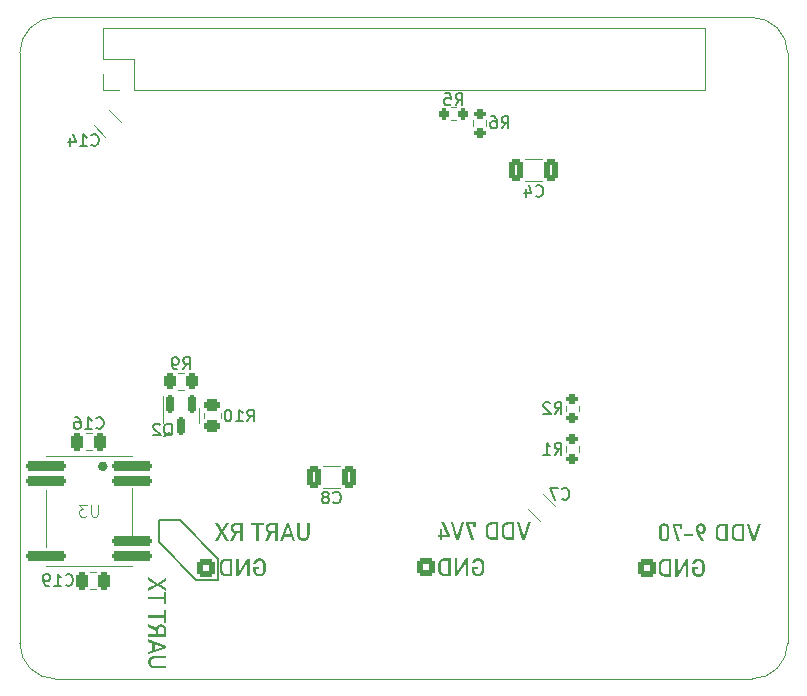
<source format=gbo>
G04 #@! TF.GenerationSoftware,KiCad,Pcbnew,7.0.6*
G04 #@! TF.CreationDate,2023-08-28T17:59:06+03:00*
G04 #@! TF.ProjectId,power_sheld,706f7765-725f-4736-9865-6c642e6b6963,rev?*
G04 #@! TF.SameCoordinates,Original*
G04 #@! TF.FileFunction,Legend,Bot*
G04 #@! TF.FilePolarity,Positive*
%FSLAX46Y46*%
G04 Gerber Fmt 4.6, Leading zero omitted, Abs format (unit mm)*
G04 Created by KiCad (PCBNEW 7.0.6) date 2023-08-28 17:59:06*
%MOMM*%
%LPD*%
G01*
G04 APERTURE LIST*
G04 Aperture macros list*
%AMRoundRect*
0 Rectangle with rounded corners*
0 $1 Rounding radius*
0 $2 $3 $4 $5 $6 $7 $8 $9 X,Y pos of 4 corners*
0 Add a 4 corners polygon primitive as box body*
4,1,4,$2,$3,$4,$5,$6,$7,$8,$9,$2,$3,0*
0 Add four circle primitives for the rounded corners*
1,1,$1+$1,$2,$3*
1,1,$1+$1,$4,$5*
1,1,$1+$1,$6,$7*
1,1,$1+$1,$8,$9*
0 Add four rect primitives between the rounded corners*
20,1,$1+$1,$2,$3,$4,$5,0*
20,1,$1+$1,$4,$5,$6,$7,0*
20,1,$1+$1,$6,$7,$8,$9,0*
20,1,$1+$1,$8,$9,$2,$3,0*%
G04 Aperture macros list end*
%ADD10C,0.150000*%
%ADD11C,0.100000*%
%ADD12C,0.120000*%
%ADD13C,0.400571*%
%ADD14C,0.800000*%
%ADD15C,5.400000*%
%ADD16R,2.000000X2.000000*%
%ADD17C,2.000000*%
%ADD18R,1.500000X1.500000*%
%ADD19C,3.000000*%
%ADD20RoundRect,0.250001X0.499999X0.499999X-0.499999X0.499999X-0.499999X-0.499999X0.499999X-0.499999X0*%
%ADD21C,1.500000*%
%ADD22C,2.400000*%
%ADD23R,1.905000X2.000000*%
%ADD24O,1.905000X2.000000*%
%ADD25R,1.600000X1.600000*%
%ADD26C,1.600000*%
%ADD27R,1.700000X1.700000*%
%ADD28O,1.700000X1.700000*%
%ADD29RoundRect,0.200000X0.200000X0.275000X-0.200000X0.275000X-0.200000X-0.275000X0.200000X-0.275000X0*%
%ADD30RoundRect,0.250000X0.689429X0.229810X0.229810X0.689429X-0.689429X-0.229810X-0.229810X-0.689429X0*%
%ADD31RoundRect,0.200000X0.275000X-0.200000X0.275000X0.200000X-0.275000X0.200000X-0.275000X-0.200000X0*%
%ADD32RoundRect,0.250000X0.325000X0.650000X-0.325000X0.650000X-0.325000X-0.650000X0.325000X-0.650000X0*%
%ADD33RoundRect,0.250000X-0.250000X-0.475000X0.250000X-0.475000X0.250000X0.475000X-0.250000X0.475000X0*%
%ADD34RoundRect,0.150000X-0.150000X0.587500X-0.150000X-0.587500X0.150000X-0.587500X0.150000X0.587500X0*%
%ADD35RoundRect,0.250000X-0.325000X-0.650000X0.325000X-0.650000X0.325000X0.650000X-0.325000X0.650000X0*%
%ADD36RoundRect,0.200000X-1.500000X0.200000X-1.500000X-0.200000X1.500000X-0.200000X1.500000X0.200000X0*%
%ADD37RoundRect,0.250000X-0.450000X0.262500X-0.450000X-0.262500X0.450000X-0.262500X0.450000X0.262500X0*%
%ADD38RoundRect,0.250000X-0.262500X-0.450000X0.262500X-0.450000X0.262500X0.450000X-0.262500X0.450000X0*%
%ADD39RoundRect,0.200000X-0.275000X0.200000X-0.275000X-0.200000X0.275000X-0.200000X0.275000X0.200000X0*%
G04 #@! TA.AperFunction,Profile*
%ADD40C,0.100000*%
G04 #@! TD*
G04 APERTURE END LIST*
D10*
X128870000Y-114410000D02*
X128870000Y-116170000D01*
X127015000Y-116170000D01*
X123822500Y-112980000D01*
X123822500Y-111150000D01*
X125637500Y-111150000D01*
X128870000Y-114410000D01*
G36*
X131830265Y-115078265D02*
G01*
X131830265Y-115339849D01*
X131830518Y-115360576D01*
X131831278Y-115380991D01*
X131832544Y-115401094D01*
X131834318Y-115420885D01*
X131836597Y-115440364D01*
X131839384Y-115459530D01*
X131842677Y-115478385D01*
X131846476Y-115496928D01*
X131850783Y-115515159D01*
X131855595Y-115533078D01*
X131860915Y-115550685D01*
X131866741Y-115567980D01*
X131873073Y-115584963D01*
X131879913Y-115601634D01*
X131887259Y-115617993D01*
X131895111Y-115634040D01*
X131903429Y-115649706D01*
X131912170Y-115664923D01*
X131921335Y-115679691D01*
X131930923Y-115694009D01*
X131940935Y-115707878D01*
X131951371Y-115721298D01*
X131962230Y-115734268D01*
X131973513Y-115746789D01*
X131985220Y-115758860D01*
X131997350Y-115770482D01*
X132009903Y-115781655D01*
X132022881Y-115792378D01*
X132036282Y-115802652D01*
X132050106Y-115812477D01*
X132064354Y-115821852D01*
X132079026Y-115830778D01*
X132094057Y-115839207D01*
X132109383Y-115847092D01*
X132125003Y-115854434D01*
X132140919Y-115861232D01*
X132157129Y-115867486D01*
X132173634Y-115873196D01*
X132190434Y-115878362D01*
X132207528Y-115882984D01*
X132224918Y-115887063D01*
X132242602Y-115890598D01*
X132260581Y-115893589D01*
X132278855Y-115896036D01*
X132297423Y-115897940D01*
X132316287Y-115899299D01*
X132335445Y-115900115D01*
X132354898Y-115900387D01*
X132374578Y-115900132D01*
X132393956Y-115899368D01*
X132413034Y-115898094D01*
X132431812Y-115896311D01*
X132450289Y-115894018D01*
X132468466Y-115891216D01*
X132486342Y-115887905D01*
X132503917Y-115884084D01*
X132521192Y-115879753D01*
X132538166Y-115874913D01*
X132554840Y-115869564D01*
X132571214Y-115863705D01*
X132587286Y-115857336D01*
X132603059Y-115850458D01*
X132618530Y-115843071D01*
X132633702Y-115835174D01*
X132648466Y-115826766D01*
X132662810Y-115817938D01*
X132676734Y-115808688D01*
X132690236Y-115799018D01*
X132703318Y-115788928D01*
X132715979Y-115778416D01*
X132728219Y-115767484D01*
X132740039Y-115756131D01*
X132751438Y-115744357D01*
X132762416Y-115732163D01*
X132772973Y-115719547D01*
X132783109Y-115706511D01*
X132792825Y-115693055D01*
X132802120Y-115679177D01*
X132810995Y-115664879D01*
X132819448Y-115650160D01*
X132827434Y-115635037D01*
X132834904Y-115619620D01*
X132841859Y-115603908D01*
X132848299Y-115587901D01*
X132854224Y-115571599D01*
X132859634Y-115555003D01*
X132864528Y-115538111D01*
X132868907Y-115520925D01*
X132872771Y-115503444D01*
X132876120Y-115485668D01*
X132878954Y-115467598D01*
X132881272Y-115449232D01*
X132883075Y-115430572D01*
X132884363Y-115411617D01*
X132885136Y-115392367D01*
X132885394Y-115372822D01*
X132885394Y-114930987D01*
X132885140Y-114910262D01*
X132884381Y-114889851D01*
X132883114Y-114869755D01*
X132881341Y-114849975D01*
X132879061Y-114830509D01*
X132876275Y-114811358D01*
X132872982Y-114792521D01*
X132869182Y-114774000D01*
X132864876Y-114755793D01*
X132860063Y-114737902D01*
X132854744Y-114720325D01*
X132848918Y-114703063D01*
X132842585Y-114686115D01*
X132835746Y-114669483D01*
X132828400Y-114653165D01*
X132820547Y-114637163D01*
X132812230Y-114621541D01*
X132803488Y-114606365D01*
X132794324Y-114591636D01*
X132784735Y-114577354D01*
X132774723Y-114563518D01*
X132764287Y-114550128D01*
X132753428Y-114537185D01*
X132742145Y-114524689D01*
X132730439Y-114512639D01*
X132718309Y-114501036D01*
X132705755Y-114489879D01*
X132692778Y-114479168D01*
X132679377Y-114468904D01*
X132665552Y-114459087D01*
X132651304Y-114449716D01*
X132636632Y-114440792D01*
X132621603Y-114432362D01*
X132606281Y-114424477D01*
X132590668Y-114417135D01*
X132574763Y-114410338D01*
X132558565Y-114404084D01*
X132542076Y-114398373D01*
X132525295Y-114393207D01*
X132508222Y-114388585D01*
X132490857Y-114384506D01*
X132473200Y-114380971D01*
X132455251Y-114377980D01*
X132437010Y-114375533D01*
X132418477Y-114373630D01*
X132399652Y-114372270D01*
X132380535Y-114371454D01*
X132361127Y-114371182D01*
X132345087Y-114371398D01*
X132329207Y-114372047D01*
X132313488Y-114373127D01*
X132297929Y-114374640D01*
X132282530Y-114376585D01*
X132267291Y-114378962D01*
X132252213Y-114381771D01*
X132237295Y-114385013D01*
X132222538Y-114388686D01*
X132207940Y-114392792D01*
X132193503Y-114397330D01*
X132179227Y-114402300D01*
X132165110Y-114407703D01*
X132151154Y-114413537D01*
X132137358Y-114419804D01*
X132123722Y-114426503D01*
X132110260Y-114433553D01*
X132097075Y-114440963D01*
X132084168Y-114448734D01*
X132071538Y-114456866D01*
X132059187Y-114465358D01*
X132047112Y-114474211D01*
X132035316Y-114483424D01*
X132023797Y-114492998D01*
X132012555Y-114502933D01*
X132001591Y-114513229D01*
X131990905Y-114523885D01*
X131980497Y-114534901D01*
X131970366Y-114546279D01*
X131960513Y-114558017D01*
X131950937Y-114570115D01*
X131941639Y-114582575D01*
X131932666Y-114595337D01*
X131924065Y-114608346D01*
X131915836Y-114621601D01*
X131907980Y-114635102D01*
X131900495Y-114648849D01*
X131893382Y-114662843D01*
X131886642Y-114677082D01*
X131880273Y-114691568D01*
X131874277Y-114706300D01*
X131868653Y-114721278D01*
X131863401Y-114736502D01*
X131858521Y-114751972D01*
X131854013Y-114767689D01*
X131849877Y-114783651D01*
X131846113Y-114799860D01*
X131842721Y-114816315D01*
X132070233Y-114816315D01*
X132075305Y-114797871D01*
X132081178Y-114780091D01*
X132087853Y-114762975D01*
X132095329Y-114746523D01*
X132103607Y-114730735D01*
X132112686Y-114715611D01*
X132122566Y-114701151D01*
X132133248Y-114687355D01*
X132144571Y-114674206D01*
X132156375Y-114661869D01*
X132168659Y-114650346D01*
X132181425Y-114639636D01*
X132194671Y-114629738D01*
X132208398Y-114620654D01*
X132222606Y-114612382D01*
X132237295Y-114604923D01*
X132252293Y-114598225D01*
X132267429Y-114592421D01*
X132282702Y-114587509D01*
X132298112Y-114583490D01*
X132313659Y-114580365D01*
X132329344Y-114578132D01*
X132345167Y-114576793D01*
X132361127Y-114576346D01*
X132378306Y-114576736D01*
X132395087Y-114577905D01*
X132411468Y-114579853D01*
X132427450Y-114582580D01*
X132443033Y-114586087D01*
X132458216Y-114590373D01*
X132473000Y-114595438D01*
X132487385Y-114601282D01*
X132501370Y-114607906D01*
X132514957Y-114615308D01*
X132523792Y-114620676D01*
X132536633Y-114629301D01*
X132548913Y-114638550D01*
X132560632Y-114648423D01*
X132571792Y-114658921D01*
X132582391Y-114670044D01*
X132592430Y-114681792D01*
X132601908Y-114694164D01*
X132610827Y-114707161D01*
X132619185Y-114720783D01*
X132626982Y-114735029D01*
X132631870Y-114744874D01*
X132638679Y-114760081D01*
X132644818Y-114775752D01*
X132650288Y-114791886D01*
X132655088Y-114808484D01*
X132659218Y-114825546D01*
X132662679Y-114843071D01*
X132665469Y-114861060D01*
X132667590Y-114879513D01*
X132669041Y-114898429D01*
X132669823Y-114917809D01*
X132669972Y-114930987D01*
X132669972Y-115372822D01*
X132669630Y-115390810D01*
X132668606Y-115408367D01*
X132666900Y-115425492D01*
X132664510Y-115442185D01*
X132661439Y-115458447D01*
X132657684Y-115474278D01*
X132653247Y-115489677D01*
X132648127Y-115504645D01*
X132642325Y-115519181D01*
X132635840Y-115533286D01*
X132631137Y-115542449D01*
X132623503Y-115555767D01*
X132615303Y-115568518D01*
X132606536Y-115580702D01*
X132597202Y-115592320D01*
X132587302Y-115603371D01*
X132576835Y-115613856D01*
X132565801Y-115623773D01*
X132554200Y-115633124D01*
X132542033Y-115641908D01*
X132529299Y-115650126D01*
X132520495Y-115655289D01*
X132506838Y-115662426D01*
X132492794Y-115668860D01*
X132478365Y-115674593D01*
X132463548Y-115679624D01*
X132448346Y-115683952D01*
X132432756Y-115687579D01*
X132416781Y-115690504D01*
X132400419Y-115692727D01*
X132383671Y-115694248D01*
X132366536Y-115695067D01*
X132354898Y-115695223D01*
X132337719Y-115694859D01*
X132320938Y-115693767D01*
X132304557Y-115691948D01*
X132288575Y-115689401D01*
X132272992Y-115686126D01*
X132257809Y-115682124D01*
X132243025Y-115677394D01*
X132228640Y-115671936D01*
X132214655Y-115665750D01*
X132201068Y-115658837D01*
X132192233Y-115653824D01*
X132179327Y-115645664D01*
X132166988Y-115636848D01*
X132155215Y-115627375D01*
X132144010Y-115617244D01*
X132133371Y-115606457D01*
X132123299Y-115595014D01*
X132113793Y-115582913D01*
X132104855Y-115570155D01*
X132096483Y-115556741D01*
X132088677Y-115542669D01*
X132083789Y-115532923D01*
X132076980Y-115517753D01*
X132070840Y-115502054D01*
X132065370Y-115485828D01*
X132060570Y-115469073D01*
X132056440Y-115451790D01*
X132052980Y-115433979D01*
X132050189Y-115415640D01*
X132048068Y-115396773D01*
X132046617Y-115377378D01*
X132045836Y-115357455D01*
X132045687Y-115343879D01*
X132045687Y-115279033D01*
X132349769Y-115279033D01*
X132349769Y-115078265D01*
X131830265Y-115078265D01*
G37*
G36*
X131518122Y-114386936D02*
G01*
X131327247Y-114386936D01*
X130594884Y-115545013D01*
X130619431Y-115571758D01*
X130619431Y-114386936D01*
X130411336Y-114386936D01*
X130411336Y-115883900D01*
X130604043Y-115883900D01*
X131334574Y-114743408D01*
X131310027Y-114716664D01*
X131310027Y-115883900D01*
X131518122Y-115883900D01*
X131518122Y-114386936D01*
G37*
G36*
X129906120Y-115684965D02*
G01*
X129566866Y-115684965D01*
X129546414Y-115684630D01*
X129526549Y-115683625D01*
X129507270Y-115681951D01*
X129488579Y-115679607D01*
X129470474Y-115676593D01*
X129452956Y-115672909D01*
X129436024Y-115668555D01*
X129419679Y-115663532D01*
X129403921Y-115657839D01*
X129388750Y-115651477D01*
X129374166Y-115644444D01*
X129360168Y-115636742D01*
X129346757Y-115628370D01*
X129333933Y-115619328D01*
X129321696Y-115609617D01*
X129310045Y-115599235D01*
X129298998Y-115588197D01*
X129288664Y-115576607D01*
X129279043Y-115564464D01*
X129270134Y-115551768D01*
X129261938Y-115538521D01*
X129254455Y-115524720D01*
X129247684Y-115510368D01*
X129241626Y-115495463D01*
X129236281Y-115480005D01*
X129231649Y-115463995D01*
X129227729Y-115447433D01*
X129224522Y-115430319D01*
X129222027Y-115412651D01*
X129220246Y-115394432D01*
X129219177Y-115375660D01*
X129218820Y-115356336D01*
X129218820Y-114915233D01*
X129219177Y-114895953D01*
X129220246Y-114877223D01*
X129222027Y-114859042D01*
X129224522Y-114841411D01*
X129227729Y-114824329D01*
X129231649Y-114807797D01*
X129236281Y-114791814D01*
X129241626Y-114776381D01*
X129247684Y-114761498D01*
X129254455Y-114747164D01*
X129261938Y-114733379D01*
X129270134Y-114720144D01*
X129279043Y-114707459D01*
X129288664Y-114695323D01*
X129298998Y-114683737D01*
X129310045Y-114672700D01*
X129321696Y-114662274D01*
X129333933Y-114652521D01*
X129346757Y-114643441D01*
X129360168Y-114635033D01*
X129374166Y-114627298D01*
X129388750Y-114620236D01*
X129403921Y-114613846D01*
X129419679Y-114608128D01*
X129436024Y-114603084D01*
X129452956Y-114598712D01*
X129470474Y-114595012D01*
X129488579Y-114591985D01*
X129507270Y-114589631D01*
X129526549Y-114587950D01*
X129546414Y-114586941D01*
X129566866Y-114586605D01*
X129906120Y-114586605D01*
X129906120Y-114386936D01*
X129573094Y-114386936D01*
X129550768Y-114387182D01*
X129528850Y-114387921D01*
X129507342Y-114389151D01*
X129486243Y-114390874D01*
X129465554Y-114393090D01*
X129445273Y-114395797D01*
X129425402Y-114398997D01*
X129405941Y-114402690D01*
X129386888Y-114406874D01*
X129368245Y-114411551D01*
X129350011Y-114416720D01*
X129332187Y-114422382D01*
X129314772Y-114428536D01*
X129297766Y-114435182D01*
X129281169Y-114442320D01*
X129264982Y-114449951D01*
X129249238Y-114458008D01*
X129233973Y-114466517D01*
X129219185Y-114475479D01*
X129204875Y-114484893D01*
X129191044Y-114494759D01*
X129177690Y-114505077D01*
X129164814Y-114515848D01*
X129152417Y-114527070D01*
X129140497Y-114538745D01*
X129129055Y-114550873D01*
X129118091Y-114563452D01*
X129107606Y-114576484D01*
X129097598Y-114589968D01*
X129088068Y-114603904D01*
X129079016Y-114618292D01*
X129070443Y-114633133D01*
X129062324Y-114648393D01*
X129054729Y-114664039D01*
X129047658Y-114680072D01*
X129041111Y-114696491D01*
X129035087Y-114713296D01*
X129029587Y-114730488D01*
X129024611Y-114748067D01*
X129020159Y-114766031D01*
X129016231Y-114784383D01*
X129012826Y-114803120D01*
X129009945Y-114822244D01*
X129007588Y-114841754D01*
X129005755Y-114861651D01*
X129004446Y-114881934D01*
X129003660Y-114902604D01*
X129003398Y-114923660D01*
X129003398Y-115348276D01*
X129003660Y-115369332D01*
X129004446Y-115390001D01*
X129005755Y-115410284D01*
X129007588Y-115430181D01*
X129009945Y-115449691D01*
X129012826Y-115468815D01*
X129016231Y-115487553D01*
X129020159Y-115505904D01*
X129024611Y-115523869D01*
X129029587Y-115541447D01*
X129035087Y-115558639D01*
X129041111Y-115575445D01*
X129047658Y-115591864D01*
X129054729Y-115607896D01*
X129062324Y-115623543D01*
X129070443Y-115638803D01*
X129079019Y-115653645D01*
X129088080Y-115668037D01*
X129097624Y-115681981D01*
X129107651Y-115695475D01*
X129118163Y-115708519D01*
X129129158Y-115721114D01*
X129140637Y-115733260D01*
X129152600Y-115744957D01*
X129165046Y-115756204D01*
X129177976Y-115767002D01*
X129191390Y-115777350D01*
X129205288Y-115787249D01*
X129219669Y-115796699D01*
X129234534Y-115805699D01*
X129249882Y-115814250D01*
X129265715Y-115822351D01*
X129281946Y-115829938D01*
X129298585Y-115837034D01*
X129315629Y-115843642D01*
X129333080Y-115849760D01*
X129350937Y-115855388D01*
X129369201Y-115860528D01*
X129387872Y-115865177D01*
X129406948Y-115869337D01*
X129426431Y-115873008D01*
X129446321Y-115876190D01*
X129466617Y-115878882D01*
X129487319Y-115881084D01*
X129508428Y-115882797D01*
X129529944Y-115884021D01*
X129551865Y-115884755D01*
X129574193Y-115885000D01*
X129906120Y-115885000D01*
X129906120Y-115684965D01*
G37*
G36*
X130048269Y-114386936D02*
G01*
X129837976Y-114386936D01*
X129837976Y-115885000D01*
X130048269Y-115885000D01*
X130048269Y-114386936D01*
G37*
G36*
X150330265Y-115058265D02*
G01*
X150330265Y-115319849D01*
X150330518Y-115340576D01*
X150331278Y-115360991D01*
X150332544Y-115381094D01*
X150334318Y-115400885D01*
X150336597Y-115420364D01*
X150339384Y-115439530D01*
X150342677Y-115458385D01*
X150346476Y-115476928D01*
X150350783Y-115495159D01*
X150355595Y-115513078D01*
X150360915Y-115530685D01*
X150366741Y-115547980D01*
X150373073Y-115564963D01*
X150379913Y-115581634D01*
X150387259Y-115597993D01*
X150395111Y-115614040D01*
X150403429Y-115629706D01*
X150412170Y-115644923D01*
X150421335Y-115659691D01*
X150430923Y-115674009D01*
X150440935Y-115687878D01*
X150451371Y-115701298D01*
X150462230Y-115714268D01*
X150473513Y-115726789D01*
X150485220Y-115738860D01*
X150497350Y-115750482D01*
X150509903Y-115761655D01*
X150522881Y-115772378D01*
X150536282Y-115782652D01*
X150550106Y-115792477D01*
X150564354Y-115801852D01*
X150579026Y-115810778D01*
X150594057Y-115819207D01*
X150609383Y-115827092D01*
X150625003Y-115834434D01*
X150640919Y-115841232D01*
X150657129Y-115847486D01*
X150673634Y-115853196D01*
X150690434Y-115858362D01*
X150707528Y-115862984D01*
X150724918Y-115867063D01*
X150742602Y-115870598D01*
X150760581Y-115873589D01*
X150778855Y-115876036D01*
X150797423Y-115877940D01*
X150816287Y-115879299D01*
X150835445Y-115880115D01*
X150854898Y-115880387D01*
X150874578Y-115880132D01*
X150893956Y-115879368D01*
X150913034Y-115878094D01*
X150931812Y-115876311D01*
X150950289Y-115874018D01*
X150968466Y-115871216D01*
X150986342Y-115867905D01*
X151003917Y-115864084D01*
X151021192Y-115859753D01*
X151038166Y-115854913D01*
X151054840Y-115849564D01*
X151071214Y-115843705D01*
X151087286Y-115837336D01*
X151103059Y-115830458D01*
X151118530Y-115823071D01*
X151133702Y-115815174D01*
X151148466Y-115806766D01*
X151162810Y-115797938D01*
X151176734Y-115788688D01*
X151190236Y-115779018D01*
X151203318Y-115768928D01*
X151215979Y-115758416D01*
X151228219Y-115747484D01*
X151240039Y-115736131D01*
X151251438Y-115724357D01*
X151262416Y-115712163D01*
X151272973Y-115699547D01*
X151283109Y-115686511D01*
X151292825Y-115673055D01*
X151302120Y-115659177D01*
X151310995Y-115644879D01*
X151319448Y-115630160D01*
X151327434Y-115615037D01*
X151334904Y-115599620D01*
X151341859Y-115583908D01*
X151348299Y-115567901D01*
X151354224Y-115551599D01*
X151359634Y-115535003D01*
X151364528Y-115518111D01*
X151368907Y-115500925D01*
X151372771Y-115483444D01*
X151376120Y-115465668D01*
X151378954Y-115447598D01*
X151381272Y-115429232D01*
X151383075Y-115410572D01*
X151384363Y-115391617D01*
X151385136Y-115372367D01*
X151385394Y-115352822D01*
X151385394Y-114910987D01*
X151385140Y-114890262D01*
X151384381Y-114869851D01*
X151383114Y-114849755D01*
X151381341Y-114829975D01*
X151379061Y-114810509D01*
X151376275Y-114791358D01*
X151372982Y-114772521D01*
X151369182Y-114754000D01*
X151364876Y-114735793D01*
X151360063Y-114717902D01*
X151354744Y-114700325D01*
X151348918Y-114683063D01*
X151342585Y-114666115D01*
X151335746Y-114649483D01*
X151328400Y-114633165D01*
X151320547Y-114617163D01*
X151312230Y-114601541D01*
X151303488Y-114586365D01*
X151294324Y-114571636D01*
X151284735Y-114557354D01*
X151274723Y-114543518D01*
X151264287Y-114530128D01*
X151253428Y-114517185D01*
X151242145Y-114504689D01*
X151230439Y-114492639D01*
X151218309Y-114481036D01*
X151205755Y-114469879D01*
X151192778Y-114459168D01*
X151179377Y-114448904D01*
X151165552Y-114439087D01*
X151151304Y-114429716D01*
X151136632Y-114420792D01*
X151121603Y-114412362D01*
X151106281Y-114404477D01*
X151090668Y-114397135D01*
X151074763Y-114390338D01*
X151058565Y-114384084D01*
X151042076Y-114378373D01*
X151025295Y-114373207D01*
X151008222Y-114368585D01*
X150990857Y-114364506D01*
X150973200Y-114360971D01*
X150955251Y-114357980D01*
X150937010Y-114355533D01*
X150918477Y-114353630D01*
X150899652Y-114352270D01*
X150880535Y-114351454D01*
X150861127Y-114351182D01*
X150845087Y-114351398D01*
X150829207Y-114352047D01*
X150813488Y-114353127D01*
X150797929Y-114354640D01*
X150782530Y-114356585D01*
X150767291Y-114358962D01*
X150752213Y-114361771D01*
X150737295Y-114365013D01*
X150722538Y-114368686D01*
X150707940Y-114372792D01*
X150693503Y-114377330D01*
X150679227Y-114382300D01*
X150665110Y-114387703D01*
X150651154Y-114393537D01*
X150637358Y-114399804D01*
X150623722Y-114406503D01*
X150610260Y-114413553D01*
X150597075Y-114420963D01*
X150584168Y-114428734D01*
X150571538Y-114436866D01*
X150559187Y-114445358D01*
X150547112Y-114454211D01*
X150535316Y-114463424D01*
X150523797Y-114472998D01*
X150512555Y-114482933D01*
X150501591Y-114493229D01*
X150490905Y-114503885D01*
X150480497Y-114514901D01*
X150470366Y-114526279D01*
X150460513Y-114538017D01*
X150450937Y-114550115D01*
X150441639Y-114562575D01*
X150432666Y-114575337D01*
X150424065Y-114588346D01*
X150415836Y-114601601D01*
X150407980Y-114615102D01*
X150400495Y-114628849D01*
X150393382Y-114642843D01*
X150386642Y-114657082D01*
X150380273Y-114671568D01*
X150374277Y-114686300D01*
X150368653Y-114701278D01*
X150363401Y-114716502D01*
X150358521Y-114731972D01*
X150354013Y-114747689D01*
X150349877Y-114763651D01*
X150346113Y-114779860D01*
X150342721Y-114796315D01*
X150570233Y-114796315D01*
X150575305Y-114777871D01*
X150581178Y-114760091D01*
X150587853Y-114742975D01*
X150595329Y-114726523D01*
X150603607Y-114710735D01*
X150612686Y-114695611D01*
X150622566Y-114681151D01*
X150633248Y-114667355D01*
X150644571Y-114654206D01*
X150656375Y-114641869D01*
X150668659Y-114630346D01*
X150681425Y-114619636D01*
X150694671Y-114609738D01*
X150708398Y-114600654D01*
X150722606Y-114592382D01*
X150737295Y-114584923D01*
X150752293Y-114578225D01*
X150767429Y-114572421D01*
X150782702Y-114567509D01*
X150798112Y-114563490D01*
X150813659Y-114560365D01*
X150829344Y-114558132D01*
X150845167Y-114556793D01*
X150861127Y-114556346D01*
X150878306Y-114556736D01*
X150895087Y-114557905D01*
X150911468Y-114559853D01*
X150927450Y-114562580D01*
X150943033Y-114566087D01*
X150958216Y-114570373D01*
X150973000Y-114575438D01*
X150987385Y-114581282D01*
X151001370Y-114587906D01*
X151014957Y-114595308D01*
X151023792Y-114600676D01*
X151036633Y-114609301D01*
X151048913Y-114618550D01*
X151060632Y-114628423D01*
X151071792Y-114638921D01*
X151082391Y-114650044D01*
X151092430Y-114661792D01*
X151101908Y-114674164D01*
X151110827Y-114687161D01*
X151119185Y-114700783D01*
X151126982Y-114715029D01*
X151131870Y-114724874D01*
X151138679Y-114740081D01*
X151144818Y-114755752D01*
X151150288Y-114771886D01*
X151155088Y-114788484D01*
X151159218Y-114805546D01*
X151162679Y-114823071D01*
X151165469Y-114841060D01*
X151167590Y-114859513D01*
X151169041Y-114878429D01*
X151169823Y-114897809D01*
X151169972Y-114910987D01*
X151169972Y-115352822D01*
X151169630Y-115370810D01*
X151168606Y-115388367D01*
X151166900Y-115405492D01*
X151164510Y-115422185D01*
X151161439Y-115438447D01*
X151157684Y-115454278D01*
X151153247Y-115469677D01*
X151148127Y-115484645D01*
X151142325Y-115499181D01*
X151135840Y-115513286D01*
X151131137Y-115522449D01*
X151123503Y-115535767D01*
X151115303Y-115548518D01*
X151106536Y-115560702D01*
X151097202Y-115572320D01*
X151087302Y-115583371D01*
X151076835Y-115593856D01*
X151065801Y-115603773D01*
X151054200Y-115613124D01*
X151042033Y-115621908D01*
X151029299Y-115630126D01*
X151020495Y-115635289D01*
X151006838Y-115642426D01*
X150992794Y-115648860D01*
X150978365Y-115654593D01*
X150963548Y-115659624D01*
X150948346Y-115663952D01*
X150932756Y-115667579D01*
X150916781Y-115670504D01*
X150900419Y-115672727D01*
X150883671Y-115674248D01*
X150866536Y-115675067D01*
X150854898Y-115675223D01*
X150837719Y-115674859D01*
X150820938Y-115673767D01*
X150804557Y-115671948D01*
X150788575Y-115669401D01*
X150772992Y-115666126D01*
X150757809Y-115662124D01*
X150743025Y-115657394D01*
X150728640Y-115651936D01*
X150714655Y-115645750D01*
X150701068Y-115638837D01*
X150692233Y-115633824D01*
X150679327Y-115625664D01*
X150666988Y-115616848D01*
X150655215Y-115607375D01*
X150644010Y-115597244D01*
X150633371Y-115586457D01*
X150623299Y-115575014D01*
X150613793Y-115562913D01*
X150604855Y-115550155D01*
X150596483Y-115536741D01*
X150588677Y-115522669D01*
X150583789Y-115512923D01*
X150576980Y-115497753D01*
X150570840Y-115482054D01*
X150565370Y-115465828D01*
X150560570Y-115449073D01*
X150556440Y-115431790D01*
X150552980Y-115413979D01*
X150550189Y-115395640D01*
X150548068Y-115376773D01*
X150546617Y-115357378D01*
X150545836Y-115337455D01*
X150545687Y-115323879D01*
X150545687Y-115259033D01*
X150849769Y-115259033D01*
X150849769Y-115058265D01*
X150330265Y-115058265D01*
G37*
G36*
X150018122Y-114366936D02*
G01*
X149827247Y-114366936D01*
X149094884Y-115525013D01*
X149119431Y-115551758D01*
X149119431Y-114366936D01*
X148911336Y-114366936D01*
X148911336Y-115863900D01*
X149104043Y-115863900D01*
X149834574Y-114723408D01*
X149810027Y-114696664D01*
X149810027Y-115863900D01*
X150018122Y-115863900D01*
X150018122Y-114366936D01*
G37*
G36*
X148406120Y-115664965D02*
G01*
X148066866Y-115664965D01*
X148046414Y-115664630D01*
X148026549Y-115663625D01*
X148007270Y-115661951D01*
X147988579Y-115659607D01*
X147970474Y-115656593D01*
X147952956Y-115652909D01*
X147936024Y-115648555D01*
X147919679Y-115643532D01*
X147903921Y-115637839D01*
X147888750Y-115631477D01*
X147874166Y-115624444D01*
X147860168Y-115616742D01*
X147846757Y-115608370D01*
X147833933Y-115599328D01*
X147821696Y-115589617D01*
X147810045Y-115579235D01*
X147798998Y-115568197D01*
X147788664Y-115556607D01*
X147779043Y-115544464D01*
X147770134Y-115531768D01*
X147761938Y-115518521D01*
X147754455Y-115504720D01*
X147747684Y-115490368D01*
X147741626Y-115475463D01*
X147736281Y-115460005D01*
X147731649Y-115443995D01*
X147727729Y-115427433D01*
X147724522Y-115410319D01*
X147722027Y-115392651D01*
X147720246Y-115374432D01*
X147719177Y-115355660D01*
X147718820Y-115336336D01*
X147718820Y-114895233D01*
X147719177Y-114875953D01*
X147720246Y-114857223D01*
X147722027Y-114839042D01*
X147724522Y-114821411D01*
X147727729Y-114804329D01*
X147731649Y-114787797D01*
X147736281Y-114771814D01*
X147741626Y-114756381D01*
X147747684Y-114741498D01*
X147754455Y-114727164D01*
X147761938Y-114713379D01*
X147770134Y-114700144D01*
X147779043Y-114687459D01*
X147788664Y-114675323D01*
X147798998Y-114663737D01*
X147810045Y-114652700D01*
X147821696Y-114642274D01*
X147833933Y-114632521D01*
X147846757Y-114623441D01*
X147860168Y-114615033D01*
X147874166Y-114607298D01*
X147888750Y-114600236D01*
X147903921Y-114593846D01*
X147919679Y-114588128D01*
X147936024Y-114583084D01*
X147952956Y-114578712D01*
X147970474Y-114575012D01*
X147988579Y-114571985D01*
X148007270Y-114569631D01*
X148026549Y-114567950D01*
X148046414Y-114566941D01*
X148066866Y-114566605D01*
X148406120Y-114566605D01*
X148406120Y-114366936D01*
X148073094Y-114366936D01*
X148050768Y-114367182D01*
X148028850Y-114367921D01*
X148007342Y-114369151D01*
X147986243Y-114370874D01*
X147965554Y-114373090D01*
X147945273Y-114375797D01*
X147925402Y-114378997D01*
X147905941Y-114382690D01*
X147886888Y-114386874D01*
X147868245Y-114391551D01*
X147850011Y-114396720D01*
X147832187Y-114402382D01*
X147814772Y-114408536D01*
X147797766Y-114415182D01*
X147781169Y-114422320D01*
X147764982Y-114429951D01*
X147749238Y-114438008D01*
X147733973Y-114446517D01*
X147719185Y-114455479D01*
X147704875Y-114464893D01*
X147691044Y-114474759D01*
X147677690Y-114485077D01*
X147664814Y-114495848D01*
X147652417Y-114507070D01*
X147640497Y-114518745D01*
X147629055Y-114530873D01*
X147618091Y-114543452D01*
X147607606Y-114556484D01*
X147597598Y-114569968D01*
X147588068Y-114583904D01*
X147579016Y-114598292D01*
X147570443Y-114613133D01*
X147562324Y-114628393D01*
X147554729Y-114644039D01*
X147547658Y-114660072D01*
X147541111Y-114676491D01*
X147535087Y-114693296D01*
X147529587Y-114710488D01*
X147524611Y-114728067D01*
X147520159Y-114746031D01*
X147516231Y-114764383D01*
X147512826Y-114783120D01*
X147509945Y-114802244D01*
X147507588Y-114821754D01*
X147505755Y-114841651D01*
X147504446Y-114861934D01*
X147503660Y-114882604D01*
X147503398Y-114903660D01*
X147503398Y-115328276D01*
X147503660Y-115349332D01*
X147504446Y-115370001D01*
X147505755Y-115390284D01*
X147507588Y-115410181D01*
X147509945Y-115429691D01*
X147512826Y-115448815D01*
X147516231Y-115467553D01*
X147520159Y-115485904D01*
X147524611Y-115503869D01*
X147529587Y-115521447D01*
X147535087Y-115538639D01*
X147541111Y-115555445D01*
X147547658Y-115571864D01*
X147554729Y-115587896D01*
X147562324Y-115603543D01*
X147570443Y-115618803D01*
X147579019Y-115633645D01*
X147588080Y-115648037D01*
X147597624Y-115661981D01*
X147607651Y-115675475D01*
X147618163Y-115688519D01*
X147629158Y-115701114D01*
X147640637Y-115713260D01*
X147652600Y-115724957D01*
X147665046Y-115736204D01*
X147677976Y-115747002D01*
X147691390Y-115757350D01*
X147705288Y-115767249D01*
X147719669Y-115776699D01*
X147734534Y-115785699D01*
X147749882Y-115794250D01*
X147765715Y-115802351D01*
X147781946Y-115809938D01*
X147798585Y-115817034D01*
X147815629Y-115823642D01*
X147833080Y-115829760D01*
X147850937Y-115835388D01*
X147869201Y-115840528D01*
X147887872Y-115845177D01*
X147906948Y-115849337D01*
X147926431Y-115853008D01*
X147946321Y-115856190D01*
X147966617Y-115858882D01*
X147987319Y-115861084D01*
X148008428Y-115862797D01*
X148029944Y-115864021D01*
X148051865Y-115864755D01*
X148074193Y-115865000D01*
X148406120Y-115865000D01*
X148406120Y-115664965D01*
G37*
G36*
X148548269Y-114366936D02*
G01*
X148337976Y-114366936D01*
X148337976Y-115865000D01*
X148548269Y-115865000D01*
X148548269Y-114366936D01*
G37*
G36*
X155309225Y-111296936D02*
G01*
X155080247Y-111296936D01*
X154720844Y-112471500D01*
X154361074Y-111296936D01*
X154132463Y-111296936D01*
X154620826Y-112795000D01*
X154820495Y-112795000D01*
X155309225Y-111296936D01*
G37*
G36*
X153769762Y-112594965D02*
G01*
X153430509Y-112594965D01*
X153410057Y-112594630D01*
X153390192Y-112593625D01*
X153370913Y-112591951D01*
X153352221Y-112589607D01*
X153334116Y-112586593D01*
X153316598Y-112582909D01*
X153299667Y-112578555D01*
X153283322Y-112573532D01*
X153267564Y-112567839D01*
X153252393Y-112561477D01*
X153237808Y-112554444D01*
X153223811Y-112546742D01*
X153210400Y-112538370D01*
X153197576Y-112529328D01*
X153185338Y-112519617D01*
X153173688Y-112509235D01*
X153162641Y-112498197D01*
X153152307Y-112486607D01*
X153142685Y-112474464D01*
X153133777Y-112461768D01*
X153125581Y-112448521D01*
X153118098Y-112434720D01*
X153111327Y-112420368D01*
X153105269Y-112405463D01*
X153099924Y-112390005D01*
X153095291Y-112373995D01*
X153091372Y-112357433D01*
X153088164Y-112340319D01*
X153085670Y-112322651D01*
X153083888Y-112304432D01*
X153082819Y-112285660D01*
X153082463Y-112266336D01*
X153082463Y-111825233D01*
X153082819Y-111805953D01*
X153083888Y-111787223D01*
X153085670Y-111769042D01*
X153088164Y-111751411D01*
X153091372Y-111734329D01*
X153095291Y-111717797D01*
X153099924Y-111701814D01*
X153105269Y-111686381D01*
X153111327Y-111671498D01*
X153118098Y-111657164D01*
X153125581Y-111643379D01*
X153133777Y-111630144D01*
X153142685Y-111617459D01*
X153152307Y-111605323D01*
X153162641Y-111593737D01*
X153173688Y-111582700D01*
X153185338Y-111572274D01*
X153197576Y-111562521D01*
X153210400Y-111553441D01*
X153223811Y-111545033D01*
X153237808Y-111537298D01*
X153252393Y-111530236D01*
X153267564Y-111523846D01*
X153283322Y-111518128D01*
X153299667Y-111513084D01*
X153316598Y-111508712D01*
X153334116Y-111505012D01*
X153352221Y-111501985D01*
X153370913Y-111499631D01*
X153390192Y-111497950D01*
X153410057Y-111496941D01*
X153430509Y-111496605D01*
X153769762Y-111496605D01*
X153769762Y-111296936D01*
X153436737Y-111296936D01*
X153414410Y-111297182D01*
X153392493Y-111297921D01*
X153370985Y-111299151D01*
X153349886Y-111300874D01*
X153329196Y-111303090D01*
X153308916Y-111305797D01*
X153289045Y-111308997D01*
X153269583Y-111312690D01*
X153250531Y-111316874D01*
X153231888Y-111321551D01*
X153213654Y-111326720D01*
X153195830Y-111332382D01*
X153178415Y-111338536D01*
X153161409Y-111345182D01*
X153144812Y-111352320D01*
X153128625Y-111359951D01*
X153112881Y-111368008D01*
X153097615Y-111376517D01*
X153082828Y-111385479D01*
X153068518Y-111394893D01*
X153054686Y-111404759D01*
X153041333Y-111415077D01*
X153028457Y-111425848D01*
X153016059Y-111437070D01*
X153004140Y-111448745D01*
X152992698Y-111460873D01*
X152981734Y-111473452D01*
X152971248Y-111486484D01*
X152961241Y-111499968D01*
X152951711Y-111513904D01*
X152942659Y-111528292D01*
X152934085Y-111543133D01*
X152925967Y-111558393D01*
X152918372Y-111574039D01*
X152911301Y-111590072D01*
X152904753Y-111606491D01*
X152898730Y-111623296D01*
X152893230Y-111640488D01*
X152888254Y-111658067D01*
X152883802Y-111676031D01*
X152879873Y-111694383D01*
X152876469Y-111713120D01*
X152873588Y-111732244D01*
X152871231Y-111751754D01*
X152869398Y-111771651D01*
X152868088Y-111791934D01*
X152867303Y-111812604D01*
X152867041Y-111833660D01*
X152867041Y-112258276D01*
X152867303Y-112279332D01*
X152868088Y-112300001D01*
X152869398Y-112320284D01*
X152871231Y-112340181D01*
X152873588Y-112359691D01*
X152876469Y-112378815D01*
X152879873Y-112397553D01*
X152883802Y-112415904D01*
X152888254Y-112433869D01*
X152893230Y-112451447D01*
X152898730Y-112468639D01*
X152904753Y-112485445D01*
X152911301Y-112501864D01*
X152918372Y-112517896D01*
X152925967Y-112533543D01*
X152934085Y-112548803D01*
X152942662Y-112563645D01*
X152951722Y-112578037D01*
X152961266Y-112591981D01*
X152971294Y-112605475D01*
X152981806Y-112618519D01*
X152992801Y-112631114D01*
X153004280Y-112643260D01*
X153016243Y-112654957D01*
X153028689Y-112666204D01*
X153041619Y-112677002D01*
X153055033Y-112687350D01*
X153068930Y-112697249D01*
X153083312Y-112706699D01*
X153098176Y-112715699D01*
X153113525Y-112724250D01*
X153129357Y-112732351D01*
X153145589Y-112739938D01*
X153162227Y-112747034D01*
X153179272Y-112753642D01*
X153196723Y-112759760D01*
X153214580Y-112765388D01*
X153232844Y-112770528D01*
X153251514Y-112775177D01*
X153270591Y-112779337D01*
X153290074Y-112783008D01*
X153309964Y-112786190D01*
X153330260Y-112788882D01*
X153350962Y-112791084D01*
X153372071Y-112792797D01*
X153393586Y-112794021D01*
X153415508Y-112794755D01*
X153437836Y-112795000D01*
X153769762Y-112795000D01*
X153769762Y-112594965D01*
G37*
G36*
X153911912Y-111296936D02*
G01*
X153701618Y-111296936D01*
X153701618Y-112795000D01*
X153911912Y-112795000D01*
X153911912Y-111296936D01*
G37*
G36*
X152412749Y-112594965D02*
G01*
X152073496Y-112594965D01*
X152053044Y-112594630D01*
X152033178Y-112593625D01*
X152013900Y-112591951D01*
X151995208Y-112589607D01*
X151977103Y-112586593D01*
X151959585Y-112582909D01*
X151942654Y-112578555D01*
X151926309Y-112573532D01*
X151910551Y-112567839D01*
X151895380Y-112561477D01*
X151880795Y-112554444D01*
X151866798Y-112546742D01*
X151853387Y-112538370D01*
X151840562Y-112529328D01*
X151828325Y-112519617D01*
X151816674Y-112509235D01*
X151805628Y-112498197D01*
X151795294Y-112486607D01*
X151785672Y-112474464D01*
X151776764Y-112461768D01*
X151768568Y-112448521D01*
X151761084Y-112434720D01*
X151754314Y-112420368D01*
X151748256Y-112405463D01*
X151742911Y-112390005D01*
X151738278Y-112373995D01*
X151734358Y-112357433D01*
X151731151Y-112340319D01*
X151728657Y-112322651D01*
X151726875Y-112304432D01*
X151725806Y-112285660D01*
X151725450Y-112266336D01*
X151725450Y-111825233D01*
X151725806Y-111805953D01*
X151726875Y-111787223D01*
X151728657Y-111769042D01*
X151731151Y-111751411D01*
X151734358Y-111734329D01*
X151738278Y-111717797D01*
X151742911Y-111701814D01*
X151748256Y-111686381D01*
X151754314Y-111671498D01*
X151761084Y-111657164D01*
X151768568Y-111643379D01*
X151776764Y-111630144D01*
X151785672Y-111617459D01*
X151795294Y-111605323D01*
X151805628Y-111593737D01*
X151816674Y-111582700D01*
X151828325Y-111572274D01*
X151840562Y-111562521D01*
X151853387Y-111553441D01*
X151866798Y-111545033D01*
X151880795Y-111537298D01*
X151895380Y-111530236D01*
X151910551Y-111523846D01*
X151926309Y-111518128D01*
X151942654Y-111513084D01*
X151959585Y-111508712D01*
X151977103Y-111505012D01*
X151995208Y-111501985D01*
X152013900Y-111499631D01*
X152033178Y-111497950D01*
X152053044Y-111496941D01*
X152073496Y-111496605D01*
X152412749Y-111496605D01*
X152412749Y-111296936D01*
X152079724Y-111296936D01*
X152057397Y-111297182D01*
X152035480Y-111297921D01*
X152013971Y-111299151D01*
X151992873Y-111300874D01*
X151972183Y-111303090D01*
X151951903Y-111305797D01*
X151932032Y-111308997D01*
X151912570Y-111312690D01*
X151893518Y-111316874D01*
X151874875Y-111321551D01*
X151856641Y-111326720D01*
X151838816Y-111332382D01*
X151821401Y-111338536D01*
X151804395Y-111345182D01*
X151787799Y-111352320D01*
X151771612Y-111359951D01*
X151755868Y-111368008D01*
X151740602Y-111376517D01*
X151725815Y-111385479D01*
X151711505Y-111394893D01*
X151697673Y-111404759D01*
X151684319Y-111415077D01*
X151671444Y-111425848D01*
X151659046Y-111437070D01*
X151647126Y-111448745D01*
X151635685Y-111460873D01*
X151624721Y-111473452D01*
X151614235Y-111486484D01*
X151604227Y-111499968D01*
X151594698Y-111513904D01*
X151585646Y-111528292D01*
X151577072Y-111543133D01*
X151568953Y-111558393D01*
X151561358Y-111574039D01*
X151554287Y-111590072D01*
X151547740Y-111606491D01*
X151541716Y-111623296D01*
X151536217Y-111640488D01*
X151531241Y-111658067D01*
X151526789Y-111676031D01*
X151522860Y-111694383D01*
X151519456Y-111713120D01*
X151516575Y-111732244D01*
X151514218Y-111751754D01*
X151512384Y-111771651D01*
X151511075Y-111791934D01*
X151510289Y-111812604D01*
X151510027Y-111833660D01*
X151510027Y-112258276D01*
X151510289Y-112279332D01*
X151511075Y-112300001D01*
X151512384Y-112320284D01*
X151514218Y-112340181D01*
X151516575Y-112359691D01*
X151519456Y-112378815D01*
X151522860Y-112397553D01*
X151526789Y-112415904D01*
X151531241Y-112433869D01*
X151536217Y-112451447D01*
X151541716Y-112468639D01*
X151547740Y-112485445D01*
X151554287Y-112501864D01*
X151561358Y-112517896D01*
X151568953Y-112533543D01*
X151577072Y-112548803D01*
X151585649Y-112563645D01*
X151594709Y-112578037D01*
X151604253Y-112591981D01*
X151614281Y-112605475D01*
X151624792Y-112618519D01*
X151635788Y-112631114D01*
X151647267Y-112643260D01*
X151659229Y-112654957D01*
X151671676Y-112666204D01*
X151684606Y-112677002D01*
X151698020Y-112687350D01*
X151711917Y-112697249D01*
X151726298Y-112706699D01*
X151741163Y-112715699D01*
X151756512Y-112724250D01*
X151772344Y-112732351D01*
X151788576Y-112739938D01*
X151805214Y-112747034D01*
X151822259Y-112753642D01*
X151839709Y-112759760D01*
X151857567Y-112765388D01*
X151875831Y-112770528D01*
X151894501Y-112775177D01*
X151913578Y-112779337D01*
X151933061Y-112783008D01*
X151952950Y-112786190D01*
X151973246Y-112788882D01*
X151993949Y-112791084D01*
X152015058Y-112792797D01*
X152036573Y-112794021D01*
X152058495Y-112794755D01*
X152080823Y-112795000D01*
X152412749Y-112795000D01*
X152412749Y-112594965D01*
G37*
G36*
X152554898Y-111296936D02*
G01*
X152344605Y-111296936D01*
X152344605Y-112795000D01*
X152554898Y-112795000D01*
X152554898Y-111296936D01*
G37*
G36*
X149871646Y-111484148D02*
G01*
X150258893Y-112795000D01*
X150482742Y-112795000D01*
X150095129Y-111496605D01*
X150476514Y-111496605D01*
X150476514Y-111712027D01*
X150686807Y-111712027D01*
X150686807Y-111296936D01*
X149871646Y-111296936D01*
X149871646Y-111484148D01*
G37*
G36*
X149712644Y-111296936D02*
G01*
X149483667Y-111296936D01*
X149124263Y-112471500D01*
X148764494Y-111296936D01*
X148535882Y-111296936D01*
X149024246Y-112795000D01*
X149223914Y-112795000D01*
X149712644Y-111296936D01*
G37*
G36*
X148458946Y-112382840D02*
G01*
X147956294Y-111297669D01*
X147739773Y-111297669D01*
X148230334Y-112370383D01*
X147495774Y-112370383D01*
X147495774Y-112565289D01*
X148458946Y-112565289D01*
X148458946Y-112382840D01*
G37*
G36*
X147813046Y-111913893D02*
G01*
X147607882Y-111913893D01*
X147607882Y-112796099D01*
X147813046Y-112796099D01*
X147813046Y-111913893D01*
G37*
G36*
X136069769Y-112890387D02*
G01*
X136090283Y-112890132D01*
X136110424Y-112889368D01*
X136130194Y-112888094D01*
X136149591Y-112886311D01*
X136168616Y-112884018D01*
X136187269Y-112881216D01*
X136205550Y-112877905D01*
X136223459Y-112874084D01*
X136240996Y-112869753D01*
X136258161Y-112864913D01*
X136274953Y-112859564D01*
X136291374Y-112853705D01*
X136307422Y-112847336D01*
X136323099Y-112840458D01*
X136338403Y-112833071D01*
X136353335Y-112825174D01*
X136367862Y-112816745D01*
X136381952Y-112807852D01*
X136395603Y-112798495D01*
X136408816Y-112788675D01*
X136421592Y-112778391D01*
X136433930Y-112767643D01*
X136445829Y-112756432D01*
X136457291Y-112744757D01*
X136468315Y-112732618D01*
X136478901Y-112720016D01*
X136489049Y-112706950D01*
X136498759Y-112693420D01*
X136508031Y-112679427D01*
X136516865Y-112664970D01*
X136525262Y-112650049D01*
X136533220Y-112634665D01*
X136540718Y-112618804D01*
X136547731Y-112602545D01*
X136554262Y-112585888D01*
X136560308Y-112568833D01*
X136565871Y-112551381D01*
X136570950Y-112533531D01*
X136575545Y-112515283D01*
X136579657Y-112496637D01*
X136583285Y-112477593D01*
X136586429Y-112458151D01*
X136589089Y-112438312D01*
X136591266Y-112418075D01*
X136592959Y-112397439D01*
X136594168Y-112376406D01*
X136594894Y-112354975D01*
X136595136Y-112333147D01*
X136595136Y-111376936D01*
X136384842Y-111376936D01*
X136384842Y-112340108D01*
X136384520Y-112360289D01*
X136383554Y-112379893D01*
X136381944Y-112398918D01*
X136379690Y-112417365D01*
X136376792Y-112435234D01*
X136373250Y-112452524D01*
X136369064Y-112469237D01*
X136364234Y-112485371D01*
X136358760Y-112500927D01*
X136352643Y-112515905D01*
X136345881Y-112530305D01*
X136338475Y-112544127D01*
X136330425Y-112557370D01*
X136321731Y-112570036D01*
X136312393Y-112582123D01*
X136302411Y-112593632D01*
X136291842Y-112604501D01*
X136280744Y-112614669D01*
X136269116Y-112624136D01*
X136256958Y-112632901D01*
X136244272Y-112640966D01*
X136231055Y-112648329D01*
X136217310Y-112654991D01*
X136203034Y-112660951D01*
X136188229Y-112666211D01*
X136172895Y-112670769D01*
X136157031Y-112674625D01*
X136140638Y-112677781D01*
X136123715Y-112680235D01*
X136106263Y-112681988D01*
X136088281Y-112683040D01*
X136069769Y-112683391D01*
X136051079Y-112683040D01*
X136032927Y-112681988D01*
X136015313Y-112680235D01*
X135998237Y-112677781D01*
X135981699Y-112674625D01*
X135965699Y-112670769D01*
X135950237Y-112666211D01*
X135935314Y-112660951D01*
X135920928Y-112654991D01*
X135907081Y-112648329D01*
X135893771Y-112640966D01*
X135881000Y-112632901D01*
X135868767Y-112624136D01*
X135857072Y-112614669D01*
X135845915Y-112604501D01*
X135835296Y-112593632D01*
X135825225Y-112582123D01*
X135815804Y-112570036D01*
X135807033Y-112557370D01*
X135798912Y-112544127D01*
X135791440Y-112530305D01*
X135784618Y-112515905D01*
X135778445Y-112500927D01*
X135772923Y-112485371D01*
X135768050Y-112469237D01*
X135763826Y-112452524D01*
X135760253Y-112435234D01*
X135757329Y-112417365D01*
X135755055Y-112398918D01*
X135753431Y-112379893D01*
X135752456Y-112360289D01*
X135752131Y-112340108D01*
X135752131Y-111376936D01*
X135542205Y-111376936D01*
X135542205Y-112333147D01*
X135542447Y-112354975D01*
X135543172Y-112376406D01*
X135544381Y-112397439D01*
X135546074Y-112418075D01*
X135548251Y-112438312D01*
X135550912Y-112458151D01*
X135554056Y-112477593D01*
X135557684Y-112496637D01*
X135561795Y-112515283D01*
X135566390Y-112533531D01*
X135571469Y-112551381D01*
X135577032Y-112568833D01*
X135583079Y-112585888D01*
X135589609Y-112602545D01*
X135596623Y-112618804D01*
X135604120Y-112634665D01*
X135612037Y-112650049D01*
X135620401Y-112664970D01*
X135629210Y-112679427D01*
X135638467Y-112693420D01*
X135648170Y-112706950D01*
X135658319Y-112720016D01*
X135668915Y-112732618D01*
X135679958Y-112744757D01*
X135691447Y-112756432D01*
X135703382Y-112767643D01*
X135715764Y-112778391D01*
X135728592Y-112788675D01*
X135741867Y-112798495D01*
X135755589Y-112807852D01*
X135769757Y-112816745D01*
X135784371Y-112825174D01*
X135799354Y-112833071D01*
X135814717Y-112840458D01*
X135830460Y-112847336D01*
X135846585Y-112853705D01*
X135863090Y-112859564D01*
X135879975Y-112864913D01*
X135897242Y-112869753D01*
X135914889Y-112874084D01*
X135932916Y-112877905D01*
X135951325Y-112881216D01*
X135970114Y-112884018D01*
X135989284Y-112886311D01*
X136008834Y-112888094D01*
X136028765Y-112889368D01*
X136049077Y-112890132D01*
X136069769Y-112890387D01*
G37*
G36*
X134851974Y-111376936D02*
G01*
X134672822Y-111376936D01*
X134120345Y-112875000D01*
X134347124Y-112875000D01*
X134762215Y-111666364D01*
X135177672Y-112875000D01*
X135404085Y-112875000D01*
X134851974Y-111376936D01*
G37*
G36*
X135149829Y-112346336D02*
G01*
X134361413Y-112346336D01*
X134361413Y-112546371D01*
X135149829Y-112546371D01*
X135149829Y-112346336D01*
G37*
G36*
X133809668Y-112041521D02*
G01*
X133298590Y-112041521D01*
X133283872Y-112041069D01*
X133266071Y-112039231D01*
X133248932Y-112035981D01*
X133232454Y-112031317D01*
X133216639Y-112025240D01*
X133201485Y-112017750D01*
X133192711Y-112012578D01*
X133178689Y-112002943D01*
X133165706Y-111992127D01*
X133153759Y-111980131D01*
X133142851Y-111966954D01*
X133132980Y-111952597D01*
X133124146Y-111937058D01*
X133120903Y-111930512D01*
X133114978Y-111916986D01*
X133109844Y-111902966D01*
X133105499Y-111888455D01*
X133101944Y-111873451D01*
X133099179Y-111857955D01*
X133097204Y-111841967D01*
X133096019Y-111825486D01*
X133095624Y-111808513D01*
X133096019Y-111791540D01*
X133097204Y-111775059D01*
X133099179Y-111759071D01*
X133101944Y-111743575D01*
X133105499Y-111728571D01*
X133109844Y-111714060D01*
X133114978Y-111700041D01*
X133120903Y-111686514D01*
X133129304Y-111670503D01*
X133138706Y-111655673D01*
X133149110Y-111642024D01*
X133160516Y-111629556D01*
X133172924Y-111618268D01*
X133186334Y-111608161D01*
X133191978Y-111604448D01*
X133206656Y-111596110D01*
X133222067Y-111589185D01*
X133238212Y-111583674D01*
X133255090Y-111579576D01*
X133272701Y-111576890D01*
X133287319Y-111575760D01*
X133298590Y-111575505D01*
X133809668Y-111575505D01*
X133809668Y-111375837D01*
X133307016Y-111375837D01*
X133290926Y-111376046D01*
X133275080Y-111376673D01*
X133259476Y-111377717D01*
X133244116Y-111379180D01*
X133228999Y-111381060D01*
X133214126Y-111383359D01*
X133199495Y-111386075D01*
X133185109Y-111389209D01*
X133163984Y-111394694D01*
X133143407Y-111401119D01*
X133123378Y-111408484D01*
X133103896Y-111416790D01*
X133084961Y-111426035D01*
X133078771Y-111429326D01*
X133060686Y-111439751D01*
X133043386Y-111450969D01*
X133026871Y-111462978D01*
X133011143Y-111475780D01*
X132996200Y-111489374D01*
X132982043Y-111503760D01*
X132968671Y-111518938D01*
X132956085Y-111534908D01*
X132944285Y-111551670D01*
X132933270Y-111569224D01*
X132926364Y-111581367D01*
X132916674Y-111600048D01*
X132907937Y-111619269D01*
X132900153Y-111639031D01*
X132893322Y-111659334D01*
X132887445Y-111680178D01*
X132882520Y-111701563D01*
X132879767Y-111716121D01*
X132877437Y-111730918D01*
X132875531Y-111745956D01*
X132874048Y-111761235D01*
X132872989Y-111776754D01*
X132872354Y-111792513D01*
X132872142Y-111808513D01*
X132872355Y-111824514D01*
X132872995Y-111840278D01*
X132874061Y-111855804D01*
X132875554Y-111871093D01*
X132877473Y-111886144D01*
X132879818Y-111900957D01*
X132882590Y-111915533D01*
X132885789Y-111929871D01*
X132891386Y-111950933D01*
X132897943Y-111971461D01*
X132905460Y-111991454D01*
X132913936Y-112010912D01*
X132923372Y-112029836D01*
X132926730Y-112036025D01*
X132937352Y-112054042D01*
X132948746Y-112071274D01*
X132960914Y-112087719D01*
X132973854Y-112103379D01*
X132987567Y-112118253D01*
X133002052Y-112132342D01*
X133017311Y-112145645D01*
X133033342Y-112158162D01*
X133050146Y-112169894D01*
X133067723Y-112180839D01*
X133079870Y-112187700D01*
X133098551Y-112197259D01*
X133117772Y-112205878D01*
X133137534Y-112213557D01*
X133157837Y-112220295D01*
X133178681Y-112226093D01*
X133200067Y-112230951D01*
X133214624Y-112233667D01*
X133229421Y-112235966D01*
X133244460Y-112237846D01*
X133259738Y-112239309D01*
X133275257Y-112240354D01*
X133291016Y-112240980D01*
X133307016Y-112241189D01*
X133809668Y-112241189D01*
X133809668Y-112041521D01*
G37*
G36*
X133901625Y-111375837D02*
G01*
X133691332Y-111375837D01*
X133691332Y-112875000D01*
X133901625Y-112875000D01*
X133901625Y-111375837D01*
G37*
G36*
X133401905Y-112195027D02*
G01*
X133192711Y-112147400D01*
X132809127Y-112875000D01*
X133058621Y-112875000D01*
X133401905Y-112195027D01*
G37*
G36*
X132315268Y-111499302D02*
G01*
X132105341Y-111499302D01*
X132105341Y-112875000D01*
X132315268Y-112875000D01*
X132315268Y-111499302D01*
G37*
G36*
X132738785Y-111376936D02*
G01*
X131681824Y-111376936D01*
X131681824Y-111576605D01*
X132738785Y-111576605D01*
X132738785Y-111376936D01*
G37*
G36*
X130867030Y-112041521D02*
G01*
X130355952Y-112041521D01*
X130341235Y-112041069D01*
X130323433Y-112039231D01*
X130306294Y-112035981D01*
X130289816Y-112031317D01*
X130274001Y-112025240D01*
X130258847Y-112017750D01*
X130250073Y-112012578D01*
X130236051Y-112002943D01*
X130223068Y-111992127D01*
X130211122Y-111980131D01*
X130200213Y-111966954D01*
X130190342Y-111952597D01*
X130181508Y-111937058D01*
X130178265Y-111930512D01*
X130172341Y-111916986D01*
X130167206Y-111902966D01*
X130162861Y-111888455D01*
X130159306Y-111873451D01*
X130156541Y-111857955D01*
X130154566Y-111841967D01*
X130153381Y-111825486D01*
X130152986Y-111808513D01*
X130153381Y-111791540D01*
X130154566Y-111775059D01*
X130156541Y-111759071D01*
X130159306Y-111743575D01*
X130162861Y-111728571D01*
X130167206Y-111714060D01*
X130172341Y-111700041D01*
X130178265Y-111686514D01*
X130186666Y-111670503D01*
X130196068Y-111655673D01*
X130206473Y-111642024D01*
X130217879Y-111629556D01*
X130230286Y-111618268D01*
X130243696Y-111608161D01*
X130249340Y-111604448D01*
X130264018Y-111596110D01*
X130279429Y-111589185D01*
X130295574Y-111583674D01*
X130312452Y-111579576D01*
X130330064Y-111576890D01*
X130344681Y-111575760D01*
X130355952Y-111575505D01*
X130867030Y-111575505D01*
X130867030Y-111375837D01*
X130364378Y-111375837D01*
X130348288Y-111376046D01*
X130332442Y-111376673D01*
X130316838Y-111377717D01*
X130301478Y-111379180D01*
X130286361Y-111381060D01*
X130271488Y-111383359D01*
X130256858Y-111386075D01*
X130242471Y-111389209D01*
X130221346Y-111394694D01*
X130200770Y-111401119D01*
X130180740Y-111408484D01*
X130161258Y-111416790D01*
X130142323Y-111426035D01*
X130136133Y-111429326D01*
X130118048Y-111439751D01*
X130100748Y-111450969D01*
X130084234Y-111462978D01*
X130068505Y-111475780D01*
X130053562Y-111489374D01*
X130039405Y-111503760D01*
X130026033Y-111518938D01*
X130013447Y-111534908D01*
X130001647Y-111551670D01*
X129990632Y-111569224D01*
X129983726Y-111581367D01*
X129974036Y-111600048D01*
X129965299Y-111619269D01*
X129957515Y-111639031D01*
X129950684Y-111659334D01*
X129944807Y-111680178D01*
X129939882Y-111701563D01*
X129937129Y-111716121D01*
X129934799Y-111730918D01*
X129932893Y-111745956D01*
X129931410Y-111761235D01*
X129930351Y-111776754D01*
X129929716Y-111792513D01*
X129929504Y-111808513D01*
X129929717Y-111824514D01*
X129930357Y-111840278D01*
X129931423Y-111855804D01*
X129932916Y-111871093D01*
X129934835Y-111886144D01*
X129937181Y-111900957D01*
X129939953Y-111915533D01*
X129943151Y-111929871D01*
X129948749Y-111950933D01*
X129955306Y-111971461D01*
X129962822Y-111991454D01*
X129971298Y-112010912D01*
X129980734Y-112029836D01*
X129984092Y-112036025D01*
X129994714Y-112054042D01*
X130006109Y-112071274D01*
X130018276Y-112087719D01*
X130031216Y-112103379D01*
X130044929Y-112118253D01*
X130059415Y-112132342D01*
X130074673Y-112145645D01*
X130090704Y-112158162D01*
X130107508Y-112169894D01*
X130125085Y-112180839D01*
X130137233Y-112187700D01*
X130155913Y-112197259D01*
X130175134Y-112205878D01*
X130194896Y-112213557D01*
X130215199Y-112220295D01*
X130236044Y-112226093D01*
X130257429Y-112230951D01*
X130271986Y-112233667D01*
X130286784Y-112235966D01*
X130301822Y-112237846D01*
X130317100Y-112239309D01*
X130332619Y-112240354D01*
X130348379Y-112240980D01*
X130364378Y-112241189D01*
X130867030Y-112241189D01*
X130867030Y-112041521D01*
G37*
G36*
X130958988Y-111375837D02*
G01*
X130748695Y-111375837D01*
X130748695Y-112875000D01*
X130958988Y-112875000D01*
X130958988Y-111375837D01*
G37*
G36*
X130459267Y-112195027D02*
G01*
X130250073Y-112147400D01*
X129866489Y-112875000D01*
X130115983Y-112875000D01*
X130459267Y-112195027D01*
G37*
G36*
X129224253Y-112216643D02*
G01*
X129256127Y-112164986D01*
X129742658Y-111376936D01*
X129506720Y-111376936D01*
X129145118Y-111986933D01*
X129111046Y-112042254D01*
X128598869Y-112875000D01*
X128834808Y-112875000D01*
X129224253Y-112216643D01*
G37*
G36*
X129233778Y-112018806D02*
G01*
X128857522Y-111376936D01*
X128621584Y-111376936D01*
X129117274Y-112187700D01*
X129519176Y-112875000D01*
X129755115Y-112875000D01*
X129233778Y-112018806D01*
G37*
G36*
X174779225Y-111426936D02*
G01*
X174550247Y-111426936D01*
X174190844Y-112601500D01*
X173831074Y-111426936D01*
X173602463Y-111426936D01*
X174090826Y-112925000D01*
X174290495Y-112925000D01*
X174779225Y-111426936D01*
G37*
G36*
X173239762Y-112724965D02*
G01*
X172900509Y-112724965D01*
X172880057Y-112724630D01*
X172860192Y-112723625D01*
X172840913Y-112721951D01*
X172822221Y-112719607D01*
X172804116Y-112716593D01*
X172786598Y-112712909D01*
X172769667Y-112708555D01*
X172753322Y-112703532D01*
X172737564Y-112697839D01*
X172722393Y-112691477D01*
X172707808Y-112684444D01*
X172693811Y-112676742D01*
X172680400Y-112668370D01*
X172667576Y-112659328D01*
X172655338Y-112649617D01*
X172643688Y-112639235D01*
X172632641Y-112628197D01*
X172622307Y-112616607D01*
X172612685Y-112604464D01*
X172603777Y-112591768D01*
X172595581Y-112578521D01*
X172588098Y-112564720D01*
X172581327Y-112550368D01*
X172575269Y-112535463D01*
X172569924Y-112520005D01*
X172565291Y-112503995D01*
X172561372Y-112487433D01*
X172558164Y-112470319D01*
X172555670Y-112452651D01*
X172553888Y-112434432D01*
X172552819Y-112415660D01*
X172552463Y-112396336D01*
X172552463Y-111955233D01*
X172552819Y-111935953D01*
X172553888Y-111917223D01*
X172555670Y-111899042D01*
X172558164Y-111881411D01*
X172561372Y-111864329D01*
X172565291Y-111847797D01*
X172569924Y-111831814D01*
X172575269Y-111816381D01*
X172581327Y-111801498D01*
X172588098Y-111787164D01*
X172595581Y-111773379D01*
X172603777Y-111760144D01*
X172612685Y-111747459D01*
X172622307Y-111735323D01*
X172632641Y-111723737D01*
X172643688Y-111712700D01*
X172655338Y-111702274D01*
X172667576Y-111692521D01*
X172680400Y-111683441D01*
X172693811Y-111675033D01*
X172707808Y-111667298D01*
X172722393Y-111660236D01*
X172737564Y-111653846D01*
X172753322Y-111648128D01*
X172769667Y-111643084D01*
X172786598Y-111638712D01*
X172804116Y-111635012D01*
X172822221Y-111631985D01*
X172840913Y-111629631D01*
X172860192Y-111627950D01*
X172880057Y-111626941D01*
X172900509Y-111626605D01*
X173239762Y-111626605D01*
X173239762Y-111426936D01*
X172906737Y-111426936D01*
X172884410Y-111427182D01*
X172862493Y-111427921D01*
X172840985Y-111429151D01*
X172819886Y-111430874D01*
X172799196Y-111433090D01*
X172778916Y-111435797D01*
X172759045Y-111438997D01*
X172739583Y-111442690D01*
X172720531Y-111446874D01*
X172701888Y-111451551D01*
X172683654Y-111456720D01*
X172665830Y-111462382D01*
X172648415Y-111468536D01*
X172631409Y-111475182D01*
X172614812Y-111482320D01*
X172598625Y-111489951D01*
X172582881Y-111498008D01*
X172567615Y-111506517D01*
X172552828Y-111515479D01*
X172538518Y-111524893D01*
X172524686Y-111534759D01*
X172511333Y-111545077D01*
X172498457Y-111555848D01*
X172486059Y-111567070D01*
X172474140Y-111578745D01*
X172462698Y-111590873D01*
X172451734Y-111603452D01*
X172441248Y-111616484D01*
X172431241Y-111629968D01*
X172421711Y-111643904D01*
X172412659Y-111658292D01*
X172404085Y-111673133D01*
X172395967Y-111688393D01*
X172388372Y-111704039D01*
X172381301Y-111720072D01*
X172374753Y-111736491D01*
X172368730Y-111753296D01*
X172363230Y-111770488D01*
X172358254Y-111788067D01*
X172353802Y-111806031D01*
X172349873Y-111824383D01*
X172346469Y-111843120D01*
X172343588Y-111862244D01*
X172341231Y-111881754D01*
X172339398Y-111901651D01*
X172338088Y-111921934D01*
X172337303Y-111942604D01*
X172337041Y-111963660D01*
X172337041Y-112388276D01*
X172337303Y-112409332D01*
X172338088Y-112430001D01*
X172339398Y-112450284D01*
X172341231Y-112470181D01*
X172343588Y-112489691D01*
X172346469Y-112508815D01*
X172349873Y-112527553D01*
X172353802Y-112545904D01*
X172358254Y-112563869D01*
X172363230Y-112581447D01*
X172368730Y-112598639D01*
X172374753Y-112615445D01*
X172381301Y-112631864D01*
X172388372Y-112647896D01*
X172395967Y-112663543D01*
X172404085Y-112678803D01*
X172412662Y-112693645D01*
X172421722Y-112708037D01*
X172431266Y-112721981D01*
X172441294Y-112735475D01*
X172451806Y-112748519D01*
X172462801Y-112761114D01*
X172474280Y-112773260D01*
X172486243Y-112784957D01*
X172498689Y-112796204D01*
X172511619Y-112807002D01*
X172525033Y-112817350D01*
X172538930Y-112827249D01*
X172553312Y-112836699D01*
X172568176Y-112845699D01*
X172583525Y-112854250D01*
X172599357Y-112862351D01*
X172615589Y-112869938D01*
X172632227Y-112877034D01*
X172649272Y-112883642D01*
X172666723Y-112889760D01*
X172684580Y-112895388D01*
X172702844Y-112900528D01*
X172721514Y-112905177D01*
X172740591Y-112909337D01*
X172760074Y-112913008D01*
X172779964Y-112916190D01*
X172800260Y-112918882D01*
X172820962Y-112921084D01*
X172842071Y-112922797D01*
X172863586Y-112924021D01*
X172885508Y-112924755D01*
X172907836Y-112925000D01*
X173239762Y-112925000D01*
X173239762Y-112724965D01*
G37*
G36*
X173381912Y-111426936D02*
G01*
X173171618Y-111426936D01*
X173171618Y-112925000D01*
X173381912Y-112925000D01*
X173381912Y-111426936D01*
G37*
G36*
X171882749Y-112724965D02*
G01*
X171543496Y-112724965D01*
X171523044Y-112724630D01*
X171503178Y-112723625D01*
X171483900Y-112721951D01*
X171465208Y-112719607D01*
X171447103Y-112716593D01*
X171429585Y-112712909D01*
X171412654Y-112708555D01*
X171396309Y-112703532D01*
X171380551Y-112697839D01*
X171365380Y-112691477D01*
X171350795Y-112684444D01*
X171336798Y-112676742D01*
X171323387Y-112668370D01*
X171310562Y-112659328D01*
X171298325Y-112649617D01*
X171286674Y-112639235D01*
X171275628Y-112628197D01*
X171265294Y-112616607D01*
X171255672Y-112604464D01*
X171246764Y-112591768D01*
X171238568Y-112578521D01*
X171231084Y-112564720D01*
X171224314Y-112550368D01*
X171218256Y-112535463D01*
X171212911Y-112520005D01*
X171208278Y-112503995D01*
X171204358Y-112487433D01*
X171201151Y-112470319D01*
X171198657Y-112452651D01*
X171196875Y-112434432D01*
X171195806Y-112415660D01*
X171195450Y-112396336D01*
X171195450Y-111955233D01*
X171195806Y-111935953D01*
X171196875Y-111917223D01*
X171198657Y-111899042D01*
X171201151Y-111881411D01*
X171204358Y-111864329D01*
X171208278Y-111847797D01*
X171212911Y-111831814D01*
X171218256Y-111816381D01*
X171224314Y-111801498D01*
X171231084Y-111787164D01*
X171238568Y-111773379D01*
X171246764Y-111760144D01*
X171255672Y-111747459D01*
X171265294Y-111735323D01*
X171275628Y-111723737D01*
X171286674Y-111712700D01*
X171298325Y-111702274D01*
X171310562Y-111692521D01*
X171323387Y-111683441D01*
X171336798Y-111675033D01*
X171350795Y-111667298D01*
X171365380Y-111660236D01*
X171380551Y-111653846D01*
X171396309Y-111648128D01*
X171412654Y-111643084D01*
X171429585Y-111638712D01*
X171447103Y-111635012D01*
X171465208Y-111631985D01*
X171483900Y-111629631D01*
X171503178Y-111627950D01*
X171523044Y-111626941D01*
X171543496Y-111626605D01*
X171882749Y-111626605D01*
X171882749Y-111426936D01*
X171549724Y-111426936D01*
X171527397Y-111427182D01*
X171505480Y-111427921D01*
X171483971Y-111429151D01*
X171462873Y-111430874D01*
X171442183Y-111433090D01*
X171421903Y-111435797D01*
X171402032Y-111438997D01*
X171382570Y-111442690D01*
X171363518Y-111446874D01*
X171344875Y-111451551D01*
X171326641Y-111456720D01*
X171308816Y-111462382D01*
X171291401Y-111468536D01*
X171274395Y-111475182D01*
X171257799Y-111482320D01*
X171241612Y-111489951D01*
X171225868Y-111498008D01*
X171210602Y-111506517D01*
X171195815Y-111515479D01*
X171181505Y-111524893D01*
X171167673Y-111534759D01*
X171154319Y-111545077D01*
X171141444Y-111555848D01*
X171129046Y-111567070D01*
X171117126Y-111578745D01*
X171105685Y-111590873D01*
X171094721Y-111603452D01*
X171084235Y-111616484D01*
X171074227Y-111629968D01*
X171064698Y-111643904D01*
X171055646Y-111658292D01*
X171047072Y-111673133D01*
X171038953Y-111688393D01*
X171031358Y-111704039D01*
X171024287Y-111720072D01*
X171017740Y-111736491D01*
X171011716Y-111753296D01*
X171006217Y-111770488D01*
X171001241Y-111788067D01*
X170996789Y-111806031D01*
X170992860Y-111824383D01*
X170989456Y-111843120D01*
X170986575Y-111862244D01*
X170984218Y-111881754D01*
X170982384Y-111901651D01*
X170981075Y-111921934D01*
X170980289Y-111942604D01*
X170980027Y-111963660D01*
X170980027Y-112388276D01*
X170980289Y-112409332D01*
X170981075Y-112430001D01*
X170982384Y-112450284D01*
X170984218Y-112470181D01*
X170986575Y-112489691D01*
X170989456Y-112508815D01*
X170992860Y-112527553D01*
X170996789Y-112545904D01*
X171001241Y-112563869D01*
X171006217Y-112581447D01*
X171011716Y-112598639D01*
X171017740Y-112615445D01*
X171024287Y-112631864D01*
X171031358Y-112647896D01*
X171038953Y-112663543D01*
X171047072Y-112678803D01*
X171055649Y-112693645D01*
X171064709Y-112708037D01*
X171074253Y-112721981D01*
X171084281Y-112735475D01*
X171094792Y-112748519D01*
X171105788Y-112761114D01*
X171117267Y-112773260D01*
X171129229Y-112784957D01*
X171141676Y-112796204D01*
X171154606Y-112807002D01*
X171168020Y-112817350D01*
X171181917Y-112827249D01*
X171196298Y-112836699D01*
X171211163Y-112845699D01*
X171226512Y-112854250D01*
X171242344Y-112862351D01*
X171258576Y-112869938D01*
X171275214Y-112877034D01*
X171292259Y-112883642D01*
X171309709Y-112889760D01*
X171327567Y-112895388D01*
X171345831Y-112900528D01*
X171364501Y-112905177D01*
X171383578Y-112909337D01*
X171403061Y-112913008D01*
X171422950Y-112916190D01*
X171443246Y-112918882D01*
X171463949Y-112921084D01*
X171485058Y-112922797D01*
X171506573Y-112924021D01*
X171528495Y-112924755D01*
X171550823Y-112925000D01*
X171882749Y-112925000D01*
X171882749Y-112724965D01*
G37*
G36*
X172024898Y-111426936D02*
G01*
X171814605Y-111426936D01*
X171814605Y-112925000D01*
X172024898Y-112925000D01*
X172024898Y-111426936D01*
G37*
G36*
X169744500Y-111411393D02*
G01*
X169760544Y-111412024D01*
X169776293Y-111413076D01*
X169791748Y-111414548D01*
X169806908Y-111416442D01*
X169821772Y-111418756D01*
X169836343Y-111421491D01*
X169857645Y-111426382D01*
X169878284Y-111432220D01*
X169898260Y-111439004D01*
X169917572Y-111446735D01*
X169936222Y-111455413D01*
X169954207Y-111465038D01*
X169965801Y-111471917D01*
X169982531Y-111482961D01*
X169998469Y-111494874D01*
X170013615Y-111507656D01*
X170027968Y-111521308D01*
X170041530Y-111535829D01*
X170054299Y-111551219D01*
X170066277Y-111567479D01*
X170077462Y-111584609D01*
X170087855Y-111602607D01*
X170097456Y-111621475D01*
X170106164Y-111641152D01*
X170114015Y-111661575D01*
X170118774Y-111675606D01*
X170123151Y-111689968D01*
X170127149Y-111704663D01*
X170130765Y-111719690D01*
X170134001Y-111735048D01*
X170136856Y-111750739D01*
X170139330Y-111766762D01*
X170141424Y-111783116D01*
X170143137Y-111799803D01*
X170144469Y-111816822D01*
X170145421Y-111834173D01*
X170145992Y-111851856D01*
X170146182Y-111869870D01*
X170146182Y-111870969D01*
X170146139Y-111879114D01*
X170145789Y-111895219D01*
X170145091Y-111911082D01*
X170144044Y-111926701D01*
X170142647Y-111942077D01*
X170140901Y-111957209D01*
X170138806Y-111972099D01*
X170136361Y-111986745D01*
X170133568Y-112001147D01*
X170128723Y-112022295D01*
X170123092Y-112042896D01*
X170116676Y-112062949D01*
X170109474Y-112082454D01*
X170101486Y-112101413D01*
X170095756Y-112113649D01*
X170086624Y-112131348D01*
X170076848Y-112148261D01*
X170066428Y-112164389D01*
X170055364Y-112179732D01*
X170043656Y-112194288D01*
X170031304Y-112208059D01*
X170018308Y-112221044D01*
X170004668Y-112233244D01*
X169990384Y-112244657D01*
X169975457Y-112255286D01*
X169965145Y-112261896D01*
X169949308Y-112271012D01*
X169933027Y-112279168D01*
X169916301Y-112286365D01*
X169899131Y-112292602D01*
X169881517Y-112297879D01*
X169863458Y-112302197D01*
X169844955Y-112305556D01*
X169826007Y-112307955D01*
X169806615Y-112309394D01*
X169786779Y-112309874D01*
X169773620Y-112309681D01*
X169756595Y-112308822D01*
X169740166Y-112307276D01*
X169724332Y-112305044D01*
X169709094Y-112302124D01*
X169694451Y-112298518D01*
X169680403Y-112294225D01*
X169663681Y-112287892D01*
X169657279Y-112285001D01*
X169642165Y-112276923D01*
X169629115Y-112268161D01*
X169961901Y-112925000D01*
X169735122Y-112925000D01*
X169415652Y-112283129D01*
X169408874Y-112269482D01*
X169402463Y-112255652D01*
X169396235Y-112241913D01*
X169390006Y-112228541D01*
X169385312Y-112217315D01*
X169378529Y-112200455D01*
X169372055Y-112183570D01*
X169365889Y-112166658D01*
X169360033Y-112149721D01*
X169354486Y-112132758D01*
X169349248Y-112115770D01*
X169344320Y-112098755D01*
X169339700Y-112081715D01*
X169335390Y-112064649D01*
X169331388Y-112047557D01*
X169328904Y-112036197D01*
X169325478Y-112019318D01*
X169322412Y-112002632D01*
X169319707Y-111986139D01*
X169317363Y-111969839D01*
X169315380Y-111953733D01*
X169313757Y-111937820D01*
X169312495Y-111922099D01*
X169311593Y-111906573D01*
X169311052Y-111891239D01*
X169310872Y-111876099D01*
X169310872Y-111875000D01*
X169310920Y-111865904D01*
X169310992Y-111862543D01*
X169520799Y-111862543D01*
X169521010Y-111877534D01*
X169522122Y-111899221D01*
X169524187Y-111919948D01*
X169527206Y-111939715D01*
X169531177Y-111958523D01*
X169536101Y-111976372D01*
X169541979Y-111993261D01*
X169548810Y-112009190D01*
X169556593Y-112024160D01*
X169565330Y-112038170D01*
X169575020Y-112051221D01*
X169581973Y-112059339D01*
X169593056Y-112070535D01*
X169604925Y-112080553D01*
X169617580Y-112089392D01*
X169631020Y-112097052D01*
X169645246Y-112103534D01*
X169660257Y-112108837D01*
X169676055Y-112112962D01*
X169692638Y-112115908D01*
X169710006Y-112117676D01*
X169728161Y-112118265D01*
X169740440Y-112118006D01*
X169758193Y-112116646D01*
X169775147Y-112114121D01*
X169791303Y-112110430D01*
X169806660Y-112105573D01*
X169821219Y-112099550D01*
X169834979Y-112092362D01*
X169847940Y-112084009D01*
X169860103Y-112074489D01*
X169871468Y-112063804D01*
X169882034Y-112051953D01*
X169891724Y-112038968D01*
X169900461Y-112025017D01*
X169908244Y-112010100D01*
X169915075Y-111994217D01*
X169920953Y-111977368D01*
X169925877Y-111959552D01*
X169929849Y-111940771D01*
X169932867Y-111921024D01*
X169934932Y-111900311D01*
X169936044Y-111878632D01*
X169936256Y-111863642D01*
X169936256Y-111862543D01*
X169936044Y-111847827D01*
X169934932Y-111826552D01*
X169932867Y-111806238D01*
X169929849Y-111786882D01*
X169925877Y-111768486D01*
X169920953Y-111751050D01*
X169915075Y-111734573D01*
X169908244Y-111719056D01*
X169900461Y-111704498D01*
X169891724Y-111690900D01*
X169882034Y-111678262D01*
X169875078Y-111670409D01*
X169863980Y-111659581D01*
X169852083Y-111649892D01*
X169839388Y-111641342D01*
X169825894Y-111633933D01*
X169811602Y-111627664D01*
X169796511Y-111622534D01*
X169780621Y-111618545D01*
X169763933Y-111615695D01*
X169746446Y-111613985D01*
X169728161Y-111613415D01*
X169715971Y-111613669D01*
X169698340Y-111614999D01*
X169681495Y-111617468D01*
X169665436Y-111621078D01*
X169650162Y-111625827D01*
X169635674Y-111631717D01*
X169621972Y-111638746D01*
X169609056Y-111646915D01*
X169596925Y-111656224D01*
X169585580Y-111666673D01*
X169575020Y-111678262D01*
X169568455Y-111686577D01*
X169559400Y-111699832D01*
X169551298Y-111714028D01*
X169544150Y-111729164D01*
X169537955Y-111745241D01*
X169532713Y-111762257D01*
X169528423Y-111780214D01*
X169525088Y-111799111D01*
X169522705Y-111818949D01*
X169521275Y-111839726D01*
X169520799Y-111861444D01*
X169520799Y-111862543D01*
X169310992Y-111862543D01*
X169311303Y-111847961D01*
X169312070Y-111830347D01*
X169313221Y-111813062D01*
X169314755Y-111796106D01*
X169316673Y-111779480D01*
X169318974Y-111763182D01*
X169321659Y-111747214D01*
X169324727Y-111731575D01*
X169328179Y-111716265D01*
X169332014Y-111701284D01*
X169336233Y-111686632D01*
X169340836Y-111672310D01*
X169345822Y-111658316D01*
X169351191Y-111644652D01*
X169359965Y-111624773D01*
X169366231Y-111611960D01*
X169376292Y-111593465D01*
X169387144Y-111575840D01*
X169398789Y-111559084D01*
X169411226Y-111543198D01*
X169424454Y-111528181D01*
X169438475Y-111514033D01*
X169453288Y-111500755D01*
X169468894Y-111488346D01*
X169485291Y-111476807D01*
X169502480Y-111466137D01*
X169520401Y-111456316D01*
X169538991Y-111447461D01*
X169558251Y-111439572D01*
X169578180Y-111432649D01*
X169598780Y-111426692D01*
X169620049Y-111421701D01*
X169634600Y-111418910D01*
X169649450Y-111416549D01*
X169664596Y-111414617D01*
X169680041Y-111413114D01*
X169695783Y-111412041D01*
X169711823Y-111411397D01*
X169728161Y-111411182D01*
X169744500Y-111411393D01*
G37*
G36*
X168335610Y-112288258D02*
G01*
X168335610Y-112487927D01*
X169028039Y-112487927D01*
X169028039Y-112288258D01*
X168335610Y-112288258D01*
G37*
G36*
X167329574Y-111614148D02*
G01*
X167716821Y-112925000D01*
X167940669Y-112925000D01*
X167553056Y-111626605D01*
X167934441Y-111626605D01*
X167934441Y-111842027D01*
X168144734Y-111842027D01*
X168144734Y-111426936D01*
X167329574Y-111426936D01*
X167329574Y-111614148D01*
G37*
G36*
X166644952Y-111408688D02*
G01*
X166669929Y-111409997D01*
X166694125Y-111412180D01*
X166717539Y-111415235D01*
X166740172Y-111419164D01*
X166762024Y-111423965D01*
X166783094Y-111429639D01*
X166803383Y-111436187D01*
X166822891Y-111443607D01*
X166841617Y-111451900D01*
X166859561Y-111461067D01*
X166876725Y-111471106D01*
X166893107Y-111482018D01*
X166908707Y-111493803D01*
X166923526Y-111506461D01*
X166937564Y-111519993D01*
X166950785Y-111534314D01*
X166963152Y-111549342D01*
X166974667Y-111565077D01*
X166985329Y-111581519D01*
X166995138Y-111598668D01*
X167004094Y-111616524D01*
X167012196Y-111635087D01*
X167019446Y-111654357D01*
X167025844Y-111674333D01*
X167031388Y-111695017D01*
X167036079Y-111716408D01*
X167039917Y-111738506D01*
X167042902Y-111761311D01*
X167045035Y-111784822D01*
X167046314Y-111809041D01*
X167046741Y-111833967D01*
X167046741Y-112515038D01*
X167046317Y-112539789D01*
X167045046Y-112563850D01*
X167042928Y-112587222D01*
X167039963Y-112609903D01*
X167036150Y-112631895D01*
X167031491Y-112653197D01*
X167025984Y-112673810D01*
X167019630Y-112693732D01*
X167012428Y-112712965D01*
X167004380Y-112731508D01*
X166995484Y-112749361D01*
X166985741Y-112766524D01*
X166975151Y-112782998D01*
X166963713Y-112798781D01*
X166951429Y-112813875D01*
X166938297Y-112828279D01*
X166924299Y-112841855D01*
X166909509Y-112854555D01*
X166893925Y-112866378D01*
X166877549Y-112877326D01*
X166860380Y-112887399D01*
X166842418Y-112896595D01*
X166823663Y-112904915D01*
X166804116Y-112912360D01*
X166783775Y-112918929D01*
X166762642Y-112924622D01*
X166740716Y-112929439D01*
X166717997Y-112933380D01*
X166694486Y-112936446D01*
X166670181Y-112938635D01*
X166645084Y-112939949D01*
X166619193Y-112940387D01*
X166593435Y-112939950D01*
X166568458Y-112938641D01*
X166544262Y-112936458D01*
X166520848Y-112933403D01*
X166498215Y-112929475D01*
X166476363Y-112924673D01*
X166455293Y-112918999D01*
X166435004Y-112912452D01*
X166415496Y-112905031D01*
X166396770Y-112896738D01*
X166378826Y-112887572D01*
X166361662Y-112877532D01*
X166345280Y-112866620D01*
X166329680Y-112854835D01*
X166314861Y-112842177D01*
X166300823Y-112828646D01*
X166287602Y-112814326D01*
X166275235Y-112799302D01*
X166263720Y-112783574D01*
X166253058Y-112767142D01*
X166243249Y-112750006D01*
X166234293Y-112732166D01*
X166226191Y-112713622D01*
X166218941Y-112694373D01*
X166212543Y-112674421D01*
X166206999Y-112653764D01*
X166202308Y-112632403D01*
X166198470Y-112610338D01*
X166195485Y-112587569D01*
X166193352Y-112564096D01*
X166192073Y-112539919D01*
X166191646Y-112515038D01*
X166401573Y-112515038D01*
X166401781Y-112528486D01*
X166402870Y-112547912D01*
X166404893Y-112566443D01*
X166407850Y-112584079D01*
X166411741Y-112600820D01*
X166416566Y-112616666D01*
X166422324Y-112631616D01*
X166429016Y-112645671D01*
X166436642Y-112658832D01*
X166445202Y-112671097D01*
X166454696Y-112682466D01*
X166461564Y-112689520D01*
X166472719Y-112699248D01*
X166484898Y-112707952D01*
X166498101Y-112715631D01*
X166512328Y-112722287D01*
X166527579Y-112727919D01*
X166543854Y-112732527D01*
X166561153Y-112736110D01*
X166579476Y-112738670D01*
X166598823Y-112740206D01*
X166619193Y-112740718D01*
X166632888Y-112740491D01*
X166652576Y-112739296D01*
X166671240Y-112737078D01*
X166688880Y-112733835D01*
X166705497Y-112729568D01*
X166721089Y-112724278D01*
X166735657Y-112717964D01*
X166749202Y-112710625D01*
X166761722Y-112702263D01*
X166773219Y-112692877D01*
X166783691Y-112682466D01*
X166790080Y-112674986D01*
X166798889Y-112663019D01*
X166806772Y-112650158D01*
X166813727Y-112636401D01*
X166819755Y-112621749D01*
X166824856Y-112606201D01*
X166829029Y-112589759D01*
X166832274Y-112572421D01*
X166834593Y-112554189D01*
X166835984Y-112535061D01*
X166836448Y-112515038D01*
X166836448Y-111833967D01*
X166836243Y-111820476D01*
X166835168Y-111800996D01*
X166833173Y-111782424D01*
X166830257Y-111764760D01*
X166826420Y-111748004D01*
X166821662Y-111732156D01*
X166815983Y-111717217D01*
X166809383Y-111703185D01*
X166801862Y-111690061D01*
X166793420Y-111677846D01*
X166784057Y-111666538D01*
X166777231Y-111659484D01*
X166766122Y-111649757D01*
X166753970Y-111641053D01*
X166740774Y-111633373D01*
X166726535Y-111626718D01*
X166711253Y-111621086D01*
X166694928Y-111616478D01*
X166677559Y-111612894D01*
X166659147Y-111610334D01*
X166639692Y-111608798D01*
X166619193Y-111608286D01*
X166605369Y-111608514D01*
X166585512Y-111609708D01*
X166566712Y-111611927D01*
X166548967Y-111615170D01*
X166532279Y-111619436D01*
X166516647Y-111624727D01*
X166502071Y-111631041D01*
X166488552Y-111638379D01*
X166476088Y-111646742D01*
X166464681Y-111656128D01*
X166454330Y-111666538D01*
X166447941Y-111673976D01*
X166439131Y-111685889D01*
X166431249Y-111698710D01*
X166424293Y-111712439D01*
X166418266Y-111727076D01*
X166413165Y-111742621D01*
X166408992Y-111759074D01*
X166405746Y-111776435D01*
X166403428Y-111794704D01*
X166402037Y-111813881D01*
X166401573Y-111833967D01*
X166401573Y-112515038D01*
X166191646Y-112515038D01*
X166191646Y-111833967D01*
X166192071Y-111808911D01*
X166193347Y-111784576D01*
X166195472Y-111760963D01*
X166198447Y-111738071D01*
X166202272Y-111715900D01*
X166206948Y-111694451D01*
X166212473Y-111673722D01*
X166218849Y-111653715D01*
X166226075Y-111634430D01*
X166234150Y-111615865D01*
X166243076Y-111598022D01*
X166252852Y-111580901D01*
X166263478Y-111564500D01*
X166274954Y-111548821D01*
X166287280Y-111533863D01*
X166300457Y-111519626D01*
X166314410Y-111506139D01*
X166329159Y-111493523D01*
X166344704Y-111481776D01*
X166361044Y-111470900D01*
X166378180Y-111460893D01*
X166396112Y-111451757D01*
X166414840Y-111443491D01*
X166434363Y-111436095D01*
X166454682Y-111429569D01*
X166475796Y-111423913D01*
X166497707Y-111419128D01*
X166520413Y-111415212D01*
X166543914Y-111412167D01*
X166568212Y-111409992D01*
X166593305Y-111408686D01*
X166619193Y-111408251D01*
X166644952Y-111408688D01*
G37*
G36*
X168990265Y-115108265D02*
G01*
X168990265Y-115369849D01*
X168990518Y-115390576D01*
X168991278Y-115410991D01*
X168992544Y-115431094D01*
X168994318Y-115450885D01*
X168996597Y-115470364D01*
X168999384Y-115489530D01*
X169002677Y-115508385D01*
X169006476Y-115526928D01*
X169010783Y-115545159D01*
X169015595Y-115563078D01*
X169020915Y-115580685D01*
X169026741Y-115597980D01*
X169033073Y-115614963D01*
X169039913Y-115631634D01*
X169047259Y-115647993D01*
X169055111Y-115664040D01*
X169063429Y-115679706D01*
X169072170Y-115694923D01*
X169081335Y-115709691D01*
X169090923Y-115724009D01*
X169100935Y-115737878D01*
X169111371Y-115751298D01*
X169122230Y-115764268D01*
X169133513Y-115776789D01*
X169145220Y-115788860D01*
X169157350Y-115800482D01*
X169169903Y-115811655D01*
X169182881Y-115822378D01*
X169196282Y-115832652D01*
X169210106Y-115842477D01*
X169224354Y-115851852D01*
X169239026Y-115860778D01*
X169254057Y-115869207D01*
X169269383Y-115877092D01*
X169285003Y-115884434D01*
X169300919Y-115891232D01*
X169317129Y-115897486D01*
X169333634Y-115903196D01*
X169350434Y-115908362D01*
X169367528Y-115912984D01*
X169384918Y-115917063D01*
X169402602Y-115920598D01*
X169420581Y-115923589D01*
X169438855Y-115926036D01*
X169457423Y-115927940D01*
X169476287Y-115929299D01*
X169495445Y-115930115D01*
X169514898Y-115930387D01*
X169534578Y-115930132D01*
X169553956Y-115929368D01*
X169573034Y-115928094D01*
X169591812Y-115926311D01*
X169610289Y-115924018D01*
X169628466Y-115921216D01*
X169646342Y-115917905D01*
X169663917Y-115914084D01*
X169681192Y-115909753D01*
X169698166Y-115904913D01*
X169714840Y-115899564D01*
X169731214Y-115893705D01*
X169747286Y-115887336D01*
X169763059Y-115880458D01*
X169778530Y-115873071D01*
X169793702Y-115865174D01*
X169808466Y-115856766D01*
X169822810Y-115847938D01*
X169836734Y-115838688D01*
X169850236Y-115829018D01*
X169863318Y-115818928D01*
X169875979Y-115808416D01*
X169888219Y-115797484D01*
X169900039Y-115786131D01*
X169911438Y-115774357D01*
X169922416Y-115762163D01*
X169932973Y-115749547D01*
X169943109Y-115736511D01*
X169952825Y-115723055D01*
X169962120Y-115709177D01*
X169970995Y-115694879D01*
X169979448Y-115680160D01*
X169987434Y-115665037D01*
X169994904Y-115649620D01*
X170001859Y-115633908D01*
X170008299Y-115617901D01*
X170014224Y-115601599D01*
X170019634Y-115585003D01*
X170024528Y-115568111D01*
X170028907Y-115550925D01*
X170032771Y-115533444D01*
X170036120Y-115515668D01*
X170038954Y-115497598D01*
X170041272Y-115479232D01*
X170043075Y-115460572D01*
X170044363Y-115441617D01*
X170045136Y-115422367D01*
X170045394Y-115402822D01*
X170045394Y-114960987D01*
X170045140Y-114940262D01*
X170044381Y-114919851D01*
X170043114Y-114899755D01*
X170041341Y-114879975D01*
X170039061Y-114860509D01*
X170036275Y-114841358D01*
X170032982Y-114822521D01*
X170029182Y-114804000D01*
X170024876Y-114785793D01*
X170020063Y-114767902D01*
X170014744Y-114750325D01*
X170008918Y-114733063D01*
X170002585Y-114716115D01*
X169995746Y-114699483D01*
X169988400Y-114683165D01*
X169980547Y-114667163D01*
X169972230Y-114651541D01*
X169963488Y-114636365D01*
X169954324Y-114621636D01*
X169944735Y-114607354D01*
X169934723Y-114593518D01*
X169924287Y-114580128D01*
X169913428Y-114567185D01*
X169902145Y-114554689D01*
X169890439Y-114542639D01*
X169878309Y-114531036D01*
X169865755Y-114519879D01*
X169852778Y-114509168D01*
X169839377Y-114498904D01*
X169825552Y-114489087D01*
X169811304Y-114479716D01*
X169796632Y-114470792D01*
X169781603Y-114462362D01*
X169766281Y-114454477D01*
X169750668Y-114447135D01*
X169734763Y-114440338D01*
X169718565Y-114434084D01*
X169702076Y-114428373D01*
X169685295Y-114423207D01*
X169668222Y-114418585D01*
X169650857Y-114414506D01*
X169633200Y-114410971D01*
X169615251Y-114407980D01*
X169597010Y-114405533D01*
X169578477Y-114403630D01*
X169559652Y-114402270D01*
X169540535Y-114401454D01*
X169521127Y-114401182D01*
X169505087Y-114401398D01*
X169489207Y-114402047D01*
X169473488Y-114403127D01*
X169457929Y-114404640D01*
X169442530Y-114406585D01*
X169427291Y-114408962D01*
X169412213Y-114411771D01*
X169397295Y-114415013D01*
X169382538Y-114418686D01*
X169367940Y-114422792D01*
X169353503Y-114427330D01*
X169339227Y-114432300D01*
X169325110Y-114437703D01*
X169311154Y-114443537D01*
X169297358Y-114449804D01*
X169283722Y-114456503D01*
X169270260Y-114463553D01*
X169257075Y-114470963D01*
X169244168Y-114478734D01*
X169231538Y-114486866D01*
X169219187Y-114495358D01*
X169207112Y-114504211D01*
X169195316Y-114513424D01*
X169183797Y-114522998D01*
X169172555Y-114532933D01*
X169161591Y-114543229D01*
X169150905Y-114553885D01*
X169140497Y-114564901D01*
X169130366Y-114576279D01*
X169120513Y-114588017D01*
X169110937Y-114600115D01*
X169101639Y-114612575D01*
X169092666Y-114625337D01*
X169084065Y-114638346D01*
X169075836Y-114651601D01*
X169067980Y-114665102D01*
X169060495Y-114678849D01*
X169053382Y-114692843D01*
X169046642Y-114707082D01*
X169040273Y-114721568D01*
X169034277Y-114736300D01*
X169028653Y-114751278D01*
X169023401Y-114766502D01*
X169018521Y-114781972D01*
X169014013Y-114797689D01*
X169009877Y-114813651D01*
X169006113Y-114829860D01*
X169002721Y-114846315D01*
X169230233Y-114846315D01*
X169235305Y-114827871D01*
X169241178Y-114810091D01*
X169247853Y-114792975D01*
X169255329Y-114776523D01*
X169263607Y-114760735D01*
X169272686Y-114745611D01*
X169282566Y-114731151D01*
X169293248Y-114717355D01*
X169304571Y-114704206D01*
X169316375Y-114691869D01*
X169328659Y-114680346D01*
X169341425Y-114669636D01*
X169354671Y-114659738D01*
X169368398Y-114650654D01*
X169382606Y-114642382D01*
X169397295Y-114634923D01*
X169412293Y-114628225D01*
X169427429Y-114622421D01*
X169442702Y-114617509D01*
X169458112Y-114613490D01*
X169473659Y-114610365D01*
X169489344Y-114608132D01*
X169505167Y-114606793D01*
X169521127Y-114606346D01*
X169538306Y-114606736D01*
X169555087Y-114607905D01*
X169571468Y-114609853D01*
X169587450Y-114612580D01*
X169603033Y-114616087D01*
X169618216Y-114620373D01*
X169633000Y-114625438D01*
X169647385Y-114631282D01*
X169661370Y-114637906D01*
X169674957Y-114645308D01*
X169683792Y-114650676D01*
X169696633Y-114659301D01*
X169708913Y-114668550D01*
X169720632Y-114678423D01*
X169731792Y-114688921D01*
X169742391Y-114700044D01*
X169752430Y-114711792D01*
X169761908Y-114724164D01*
X169770827Y-114737161D01*
X169779185Y-114750783D01*
X169786982Y-114765029D01*
X169791870Y-114774874D01*
X169798679Y-114790081D01*
X169804818Y-114805752D01*
X169810288Y-114821886D01*
X169815088Y-114838484D01*
X169819218Y-114855546D01*
X169822679Y-114873071D01*
X169825469Y-114891060D01*
X169827590Y-114909513D01*
X169829041Y-114928429D01*
X169829823Y-114947809D01*
X169829972Y-114960987D01*
X169829972Y-115402822D01*
X169829630Y-115420810D01*
X169828606Y-115438367D01*
X169826900Y-115455492D01*
X169824510Y-115472185D01*
X169821439Y-115488447D01*
X169817684Y-115504278D01*
X169813247Y-115519677D01*
X169808127Y-115534645D01*
X169802325Y-115549181D01*
X169795840Y-115563286D01*
X169791137Y-115572449D01*
X169783503Y-115585767D01*
X169775303Y-115598518D01*
X169766536Y-115610702D01*
X169757202Y-115622320D01*
X169747302Y-115633371D01*
X169736835Y-115643856D01*
X169725801Y-115653773D01*
X169714200Y-115663124D01*
X169702033Y-115671908D01*
X169689299Y-115680126D01*
X169680495Y-115685289D01*
X169666838Y-115692426D01*
X169652794Y-115698860D01*
X169638365Y-115704593D01*
X169623548Y-115709624D01*
X169608346Y-115713952D01*
X169592756Y-115717579D01*
X169576781Y-115720504D01*
X169560419Y-115722727D01*
X169543671Y-115724248D01*
X169526536Y-115725067D01*
X169514898Y-115725223D01*
X169497719Y-115724859D01*
X169480938Y-115723767D01*
X169464557Y-115721948D01*
X169448575Y-115719401D01*
X169432992Y-115716126D01*
X169417809Y-115712124D01*
X169403025Y-115707394D01*
X169388640Y-115701936D01*
X169374655Y-115695750D01*
X169361068Y-115688837D01*
X169352233Y-115683824D01*
X169339327Y-115675664D01*
X169326988Y-115666848D01*
X169315215Y-115657375D01*
X169304010Y-115647244D01*
X169293371Y-115636457D01*
X169283299Y-115625014D01*
X169273793Y-115612913D01*
X169264855Y-115600155D01*
X169256483Y-115586741D01*
X169248677Y-115572669D01*
X169243789Y-115562923D01*
X169236980Y-115547753D01*
X169230840Y-115532054D01*
X169225370Y-115515828D01*
X169220570Y-115499073D01*
X169216440Y-115481790D01*
X169212980Y-115463979D01*
X169210189Y-115445640D01*
X169208068Y-115426773D01*
X169206617Y-115407378D01*
X169205836Y-115387455D01*
X169205687Y-115373879D01*
X169205687Y-115309033D01*
X169509769Y-115309033D01*
X169509769Y-115108265D01*
X168990265Y-115108265D01*
G37*
G36*
X168678122Y-114416936D02*
G01*
X168487247Y-114416936D01*
X167754884Y-115575013D01*
X167779431Y-115601758D01*
X167779431Y-114416936D01*
X167571336Y-114416936D01*
X167571336Y-115913900D01*
X167764043Y-115913900D01*
X168494574Y-114773408D01*
X168470027Y-114746664D01*
X168470027Y-115913900D01*
X168678122Y-115913900D01*
X168678122Y-114416936D01*
G37*
G36*
X167066120Y-115714965D02*
G01*
X166726866Y-115714965D01*
X166706414Y-115714630D01*
X166686549Y-115713625D01*
X166667270Y-115711951D01*
X166648579Y-115709607D01*
X166630474Y-115706593D01*
X166612956Y-115702909D01*
X166596024Y-115698555D01*
X166579679Y-115693532D01*
X166563921Y-115687839D01*
X166548750Y-115681477D01*
X166534166Y-115674444D01*
X166520168Y-115666742D01*
X166506757Y-115658370D01*
X166493933Y-115649328D01*
X166481696Y-115639617D01*
X166470045Y-115629235D01*
X166458998Y-115618197D01*
X166448664Y-115606607D01*
X166439043Y-115594464D01*
X166430134Y-115581768D01*
X166421938Y-115568521D01*
X166414455Y-115554720D01*
X166407684Y-115540368D01*
X166401626Y-115525463D01*
X166396281Y-115510005D01*
X166391649Y-115493995D01*
X166387729Y-115477433D01*
X166384522Y-115460319D01*
X166382027Y-115442651D01*
X166380246Y-115424432D01*
X166379177Y-115405660D01*
X166378820Y-115386336D01*
X166378820Y-114945233D01*
X166379177Y-114925953D01*
X166380246Y-114907223D01*
X166382027Y-114889042D01*
X166384522Y-114871411D01*
X166387729Y-114854329D01*
X166391649Y-114837797D01*
X166396281Y-114821814D01*
X166401626Y-114806381D01*
X166407684Y-114791498D01*
X166414455Y-114777164D01*
X166421938Y-114763379D01*
X166430134Y-114750144D01*
X166439043Y-114737459D01*
X166448664Y-114725323D01*
X166458998Y-114713737D01*
X166470045Y-114702700D01*
X166481696Y-114692274D01*
X166493933Y-114682521D01*
X166506757Y-114673441D01*
X166520168Y-114665033D01*
X166534166Y-114657298D01*
X166548750Y-114650236D01*
X166563921Y-114643846D01*
X166579679Y-114638128D01*
X166596024Y-114633084D01*
X166612956Y-114628712D01*
X166630474Y-114625012D01*
X166648579Y-114621985D01*
X166667270Y-114619631D01*
X166686549Y-114617950D01*
X166706414Y-114616941D01*
X166726866Y-114616605D01*
X167066120Y-114616605D01*
X167066120Y-114416936D01*
X166733094Y-114416936D01*
X166710768Y-114417182D01*
X166688850Y-114417921D01*
X166667342Y-114419151D01*
X166646243Y-114420874D01*
X166625554Y-114423090D01*
X166605273Y-114425797D01*
X166585402Y-114428997D01*
X166565941Y-114432690D01*
X166546888Y-114436874D01*
X166528245Y-114441551D01*
X166510011Y-114446720D01*
X166492187Y-114452382D01*
X166474772Y-114458536D01*
X166457766Y-114465182D01*
X166441169Y-114472320D01*
X166424982Y-114479951D01*
X166409238Y-114488008D01*
X166393973Y-114496517D01*
X166379185Y-114505479D01*
X166364875Y-114514893D01*
X166351044Y-114524759D01*
X166337690Y-114535077D01*
X166324814Y-114545848D01*
X166312417Y-114557070D01*
X166300497Y-114568745D01*
X166289055Y-114580873D01*
X166278091Y-114593452D01*
X166267606Y-114606484D01*
X166257598Y-114619968D01*
X166248068Y-114633904D01*
X166239016Y-114648292D01*
X166230443Y-114663133D01*
X166222324Y-114678393D01*
X166214729Y-114694039D01*
X166207658Y-114710072D01*
X166201111Y-114726491D01*
X166195087Y-114743296D01*
X166189587Y-114760488D01*
X166184611Y-114778067D01*
X166180159Y-114796031D01*
X166176231Y-114814383D01*
X166172826Y-114833120D01*
X166169945Y-114852244D01*
X166167588Y-114871754D01*
X166165755Y-114891651D01*
X166164446Y-114911934D01*
X166163660Y-114932604D01*
X166163398Y-114953660D01*
X166163398Y-115378276D01*
X166163660Y-115399332D01*
X166164446Y-115420001D01*
X166165755Y-115440284D01*
X166167588Y-115460181D01*
X166169945Y-115479691D01*
X166172826Y-115498815D01*
X166176231Y-115517553D01*
X166180159Y-115535904D01*
X166184611Y-115553869D01*
X166189587Y-115571447D01*
X166195087Y-115588639D01*
X166201111Y-115605445D01*
X166207658Y-115621864D01*
X166214729Y-115637896D01*
X166222324Y-115653543D01*
X166230443Y-115668803D01*
X166239019Y-115683645D01*
X166248080Y-115698037D01*
X166257624Y-115711981D01*
X166267651Y-115725475D01*
X166278163Y-115738519D01*
X166289158Y-115751114D01*
X166300637Y-115763260D01*
X166312600Y-115774957D01*
X166325046Y-115786204D01*
X166337976Y-115797002D01*
X166351390Y-115807350D01*
X166365288Y-115817249D01*
X166379669Y-115826699D01*
X166394534Y-115835699D01*
X166409882Y-115844250D01*
X166425715Y-115852351D01*
X166441946Y-115859938D01*
X166458585Y-115867034D01*
X166475629Y-115873642D01*
X166493080Y-115879760D01*
X166510937Y-115885388D01*
X166529201Y-115890528D01*
X166547872Y-115895177D01*
X166566948Y-115899337D01*
X166586431Y-115903008D01*
X166606321Y-115906190D01*
X166626617Y-115908882D01*
X166647319Y-115911084D01*
X166668428Y-115912797D01*
X166689944Y-115914021D01*
X166711865Y-115914755D01*
X166734193Y-115915000D01*
X167066120Y-115915000D01*
X167066120Y-115714965D01*
G37*
G36*
X167208269Y-114416936D02*
G01*
X166997976Y-114416936D01*
X166997976Y-115915000D01*
X167208269Y-115915000D01*
X167208269Y-114416936D01*
G37*
G36*
X122939612Y-123159769D02*
G01*
X122939867Y-123180283D01*
X122940631Y-123200424D01*
X122941905Y-123220194D01*
X122943688Y-123239591D01*
X122945981Y-123258616D01*
X122948783Y-123277269D01*
X122952094Y-123295550D01*
X122955915Y-123313459D01*
X122960246Y-123330996D01*
X122965086Y-123348161D01*
X122970435Y-123364953D01*
X122976294Y-123381374D01*
X122982663Y-123397422D01*
X122989541Y-123413099D01*
X122996928Y-123428403D01*
X123004825Y-123443335D01*
X123013254Y-123457862D01*
X123022147Y-123471952D01*
X123031504Y-123485603D01*
X123041324Y-123498816D01*
X123051608Y-123511592D01*
X123062356Y-123523930D01*
X123073567Y-123535829D01*
X123085242Y-123547291D01*
X123097381Y-123558315D01*
X123109983Y-123568901D01*
X123123049Y-123579049D01*
X123136579Y-123588759D01*
X123150572Y-123598031D01*
X123165029Y-123606865D01*
X123179950Y-123615262D01*
X123195334Y-123623220D01*
X123211195Y-123630718D01*
X123227454Y-123637731D01*
X123244111Y-123644262D01*
X123261166Y-123650308D01*
X123278618Y-123655871D01*
X123296468Y-123660950D01*
X123314716Y-123665545D01*
X123333362Y-123669657D01*
X123352406Y-123673285D01*
X123371848Y-123676429D01*
X123391687Y-123679089D01*
X123411924Y-123681266D01*
X123432560Y-123682959D01*
X123453593Y-123684168D01*
X123475024Y-123684894D01*
X123496852Y-123685136D01*
X124453063Y-123685136D01*
X124453063Y-123474842D01*
X123489891Y-123474842D01*
X123469710Y-123474520D01*
X123450106Y-123473554D01*
X123431081Y-123471944D01*
X123412634Y-123469690D01*
X123394765Y-123466792D01*
X123377475Y-123463250D01*
X123360762Y-123459064D01*
X123344628Y-123454234D01*
X123329072Y-123448760D01*
X123314094Y-123442643D01*
X123299694Y-123435881D01*
X123285872Y-123428475D01*
X123272629Y-123420425D01*
X123259963Y-123411731D01*
X123247876Y-123402393D01*
X123236367Y-123392411D01*
X123225498Y-123381842D01*
X123215330Y-123370744D01*
X123205863Y-123359116D01*
X123197098Y-123346958D01*
X123189033Y-123334272D01*
X123181670Y-123321055D01*
X123175008Y-123307310D01*
X123169048Y-123293034D01*
X123163788Y-123278229D01*
X123159230Y-123262895D01*
X123155374Y-123247031D01*
X123152218Y-123230638D01*
X123149764Y-123213715D01*
X123148011Y-123196263D01*
X123146959Y-123178281D01*
X123146608Y-123159769D01*
X123146959Y-123141079D01*
X123148011Y-123122927D01*
X123149764Y-123105313D01*
X123152218Y-123088237D01*
X123155374Y-123071699D01*
X123159230Y-123055699D01*
X123163788Y-123040237D01*
X123169048Y-123025314D01*
X123175008Y-123010928D01*
X123181670Y-122997081D01*
X123189033Y-122983771D01*
X123197098Y-122971000D01*
X123205863Y-122958767D01*
X123215330Y-122947072D01*
X123225498Y-122935915D01*
X123236367Y-122925296D01*
X123247876Y-122915225D01*
X123259963Y-122905804D01*
X123272629Y-122897033D01*
X123285872Y-122888912D01*
X123299694Y-122881440D01*
X123314094Y-122874618D01*
X123329072Y-122868445D01*
X123344628Y-122862923D01*
X123360762Y-122858050D01*
X123377475Y-122853826D01*
X123394765Y-122850253D01*
X123412634Y-122847329D01*
X123431081Y-122845055D01*
X123450106Y-122843431D01*
X123469710Y-122842456D01*
X123489891Y-122842131D01*
X124453063Y-122842131D01*
X124453063Y-122632205D01*
X123496852Y-122632205D01*
X123475024Y-122632447D01*
X123453593Y-122633172D01*
X123432560Y-122634381D01*
X123411924Y-122636074D01*
X123391687Y-122638251D01*
X123371848Y-122640912D01*
X123352406Y-122644056D01*
X123333362Y-122647684D01*
X123314716Y-122651795D01*
X123296468Y-122656390D01*
X123278618Y-122661469D01*
X123261166Y-122667032D01*
X123244111Y-122673079D01*
X123227454Y-122679609D01*
X123211195Y-122686623D01*
X123195334Y-122694120D01*
X123179950Y-122702037D01*
X123165029Y-122710401D01*
X123150572Y-122719210D01*
X123136579Y-122728467D01*
X123123049Y-122738170D01*
X123109983Y-122748319D01*
X123097381Y-122758915D01*
X123085242Y-122769958D01*
X123073567Y-122781447D01*
X123062356Y-122793382D01*
X123051608Y-122805764D01*
X123041324Y-122818592D01*
X123031504Y-122831867D01*
X123022147Y-122845589D01*
X123013254Y-122859757D01*
X123004825Y-122874371D01*
X122996928Y-122889354D01*
X122989541Y-122904717D01*
X122982663Y-122920460D01*
X122976294Y-122936585D01*
X122970435Y-122953090D01*
X122965086Y-122969975D01*
X122960246Y-122987242D01*
X122955915Y-123004889D01*
X122952094Y-123022916D01*
X122948783Y-123041325D01*
X122945981Y-123060114D01*
X122943688Y-123079284D01*
X122941905Y-123098834D01*
X122940631Y-123118765D01*
X122939867Y-123139077D01*
X122939612Y-123159769D01*
G37*
G36*
X124453063Y-121941974D02*
G01*
X124453063Y-121762822D01*
X122955000Y-121210345D01*
X122955000Y-121437124D01*
X124163635Y-121852215D01*
X122955000Y-122267672D01*
X122955000Y-122494085D01*
X124453063Y-121941974D01*
G37*
G36*
X123483663Y-122239829D02*
G01*
X123483663Y-121451413D01*
X123283628Y-121451413D01*
X123283628Y-122239829D01*
X123483663Y-122239829D01*
G37*
G36*
X123788478Y-120899668D02*
G01*
X123788478Y-120388590D01*
X123788930Y-120373872D01*
X123790768Y-120356071D01*
X123794018Y-120338932D01*
X123798682Y-120322454D01*
X123804759Y-120306639D01*
X123812249Y-120291485D01*
X123817421Y-120282711D01*
X123827056Y-120268689D01*
X123837872Y-120255706D01*
X123849868Y-120243759D01*
X123863045Y-120232851D01*
X123877402Y-120222980D01*
X123892941Y-120214146D01*
X123899487Y-120210903D01*
X123913013Y-120204978D01*
X123927033Y-120199844D01*
X123941544Y-120195499D01*
X123956548Y-120191944D01*
X123972044Y-120189179D01*
X123988032Y-120187204D01*
X124004513Y-120186019D01*
X124021486Y-120185624D01*
X124038459Y-120186019D01*
X124054940Y-120187204D01*
X124070928Y-120189179D01*
X124086424Y-120191944D01*
X124101428Y-120195499D01*
X124115939Y-120199844D01*
X124129958Y-120204978D01*
X124143485Y-120210903D01*
X124159496Y-120219304D01*
X124174326Y-120228706D01*
X124187975Y-120239110D01*
X124200443Y-120250516D01*
X124211731Y-120262924D01*
X124221838Y-120276334D01*
X124225551Y-120281978D01*
X124233889Y-120296656D01*
X124240814Y-120312067D01*
X124246325Y-120328212D01*
X124250423Y-120345090D01*
X124253109Y-120362701D01*
X124254239Y-120377319D01*
X124254494Y-120388590D01*
X124254494Y-120899668D01*
X124454162Y-120899668D01*
X124454162Y-120397016D01*
X124453953Y-120380926D01*
X124453326Y-120365080D01*
X124452282Y-120349476D01*
X124450819Y-120334116D01*
X124448939Y-120318999D01*
X124446640Y-120304126D01*
X124443924Y-120289495D01*
X124440790Y-120275109D01*
X124435305Y-120253984D01*
X124428880Y-120233407D01*
X124421515Y-120213378D01*
X124413209Y-120193896D01*
X124403964Y-120174961D01*
X124400673Y-120168771D01*
X124390248Y-120150686D01*
X124379030Y-120133386D01*
X124367021Y-120116871D01*
X124354219Y-120101143D01*
X124340625Y-120086200D01*
X124326239Y-120072043D01*
X124311061Y-120058671D01*
X124295091Y-120046085D01*
X124278329Y-120034285D01*
X124260775Y-120023270D01*
X124248632Y-120016364D01*
X124229951Y-120006674D01*
X124210730Y-119997937D01*
X124190968Y-119990153D01*
X124170665Y-119983322D01*
X124149821Y-119977445D01*
X124128436Y-119972520D01*
X124113878Y-119969767D01*
X124099081Y-119967437D01*
X124084043Y-119965531D01*
X124068764Y-119964048D01*
X124053245Y-119962989D01*
X124037486Y-119962354D01*
X124021486Y-119962142D01*
X124005485Y-119962355D01*
X123989721Y-119962995D01*
X123974195Y-119964061D01*
X123958906Y-119965554D01*
X123943855Y-119967473D01*
X123929042Y-119969818D01*
X123914466Y-119972590D01*
X123900128Y-119975789D01*
X123879066Y-119981386D01*
X123858538Y-119987943D01*
X123838545Y-119995460D01*
X123819087Y-120003936D01*
X123800163Y-120013372D01*
X123793974Y-120016730D01*
X123775957Y-120027352D01*
X123758725Y-120038746D01*
X123742280Y-120050914D01*
X123726620Y-120063854D01*
X123711746Y-120077567D01*
X123697657Y-120092052D01*
X123684354Y-120107311D01*
X123671837Y-120123342D01*
X123660105Y-120140146D01*
X123649160Y-120157723D01*
X123642299Y-120169870D01*
X123632740Y-120188551D01*
X123624121Y-120207772D01*
X123616442Y-120227534D01*
X123609704Y-120247837D01*
X123603906Y-120268681D01*
X123599048Y-120290067D01*
X123596332Y-120304624D01*
X123594033Y-120319421D01*
X123592153Y-120334460D01*
X123590690Y-120349738D01*
X123589645Y-120365257D01*
X123589019Y-120381016D01*
X123588810Y-120397016D01*
X123588810Y-120899668D01*
X123788478Y-120899668D01*
G37*
G36*
X124454162Y-120991625D02*
G01*
X124454162Y-120781332D01*
X122955000Y-120781332D01*
X122955000Y-120991625D01*
X124454162Y-120991625D01*
G37*
G36*
X123634972Y-120491905D02*
G01*
X123682599Y-120282711D01*
X122955000Y-119899127D01*
X122955000Y-120148621D01*
X123634972Y-120491905D01*
G37*
G36*
X124330697Y-119405268D02*
G01*
X124330697Y-119195341D01*
X122955000Y-119195341D01*
X122955000Y-119405268D01*
X124330697Y-119405268D01*
G37*
G36*
X124453063Y-119828785D02*
G01*
X124453063Y-118771824D01*
X124253394Y-118771824D01*
X124253394Y-119828785D01*
X124453063Y-119828785D01*
G37*
G36*
X124330697Y-117831367D02*
G01*
X124330697Y-117621441D01*
X122955000Y-117621441D01*
X122955000Y-117831367D01*
X124330697Y-117831367D01*
G37*
G36*
X124453063Y-118254884D02*
G01*
X124453063Y-117197923D01*
X124253394Y-117197923D01*
X124253394Y-118254884D01*
X124453063Y-118254884D01*
G37*
G36*
X123613356Y-116610275D02*
G01*
X123665013Y-116642149D01*
X124453063Y-117128681D01*
X124453063Y-116892742D01*
X123843066Y-116531140D01*
X123787745Y-116497069D01*
X122955000Y-115984891D01*
X122955000Y-116220830D01*
X123613356Y-116610275D01*
G37*
G36*
X123811193Y-116619801D02*
G01*
X124453063Y-116243545D01*
X124453063Y-116007606D01*
X123642299Y-116503297D01*
X122955000Y-116905198D01*
X122955000Y-117141137D01*
X123811193Y-116619801D01*
G37*
X148956666Y-75994819D02*
X149289999Y-75518628D01*
X149528094Y-75994819D02*
X149528094Y-74994819D01*
X149528094Y-74994819D02*
X149147142Y-74994819D01*
X149147142Y-74994819D02*
X149051904Y-75042438D01*
X149051904Y-75042438D02*
X149004285Y-75090057D01*
X149004285Y-75090057D02*
X148956666Y-75185295D01*
X148956666Y-75185295D02*
X148956666Y-75328152D01*
X148956666Y-75328152D02*
X149004285Y-75423390D01*
X149004285Y-75423390D02*
X149051904Y-75471009D01*
X149051904Y-75471009D02*
X149147142Y-75518628D01*
X149147142Y-75518628D02*
X149528094Y-75518628D01*
X148051904Y-74994819D02*
X148528094Y-74994819D01*
X148528094Y-74994819D02*
X148575713Y-75471009D01*
X148575713Y-75471009D02*
X148528094Y-75423390D01*
X148528094Y-75423390D02*
X148432856Y-75375771D01*
X148432856Y-75375771D02*
X148194761Y-75375771D01*
X148194761Y-75375771D02*
X148099523Y-75423390D01*
X148099523Y-75423390D02*
X148051904Y-75471009D01*
X148051904Y-75471009D02*
X148004285Y-75566247D01*
X148004285Y-75566247D02*
X148004285Y-75804342D01*
X148004285Y-75804342D02*
X148051904Y-75899580D01*
X148051904Y-75899580D02*
X148099523Y-75947200D01*
X148099523Y-75947200D02*
X148194761Y-75994819D01*
X148194761Y-75994819D02*
X148432856Y-75994819D01*
X148432856Y-75994819D02*
X148528094Y-75947200D01*
X148528094Y-75947200D02*
X148575713Y-75899580D01*
X118122857Y-79359580D02*
X118170476Y-79407200D01*
X118170476Y-79407200D02*
X118313333Y-79454819D01*
X118313333Y-79454819D02*
X118408571Y-79454819D01*
X118408571Y-79454819D02*
X118551428Y-79407200D01*
X118551428Y-79407200D02*
X118646666Y-79311961D01*
X118646666Y-79311961D02*
X118694285Y-79216723D01*
X118694285Y-79216723D02*
X118741904Y-79026247D01*
X118741904Y-79026247D02*
X118741904Y-78883390D01*
X118741904Y-78883390D02*
X118694285Y-78692914D01*
X118694285Y-78692914D02*
X118646666Y-78597676D01*
X118646666Y-78597676D02*
X118551428Y-78502438D01*
X118551428Y-78502438D02*
X118408571Y-78454819D01*
X118408571Y-78454819D02*
X118313333Y-78454819D01*
X118313333Y-78454819D02*
X118170476Y-78502438D01*
X118170476Y-78502438D02*
X118122857Y-78550057D01*
X117170476Y-79454819D02*
X117741904Y-79454819D01*
X117456190Y-79454819D02*
X117456190Y-78454819D01*
X117456190Y-78454819D02*
X117551428Y-78597676D01*
X117551428Y-78597676D02*
X117646666Y-78692914D01*
X117646666Y-78692914D02*
X117741904Y-78740533D01*
X116313333Y-78788152D02*
X116313333Y-79454819D01*
X116551428Y-78407200D02*
X116789523Y-79121485D01*
X116789523Y-79121485D02*
X116170476Y-79121485D01*
X157346666Y-105574819D02*
X157679999Y-105098628D01*
X157918094Y-105574819D02*
X157918094Y-104574819D01*
X157918094Y-104574819D02*
X157537142Y-104574819D01*
X157537142Y-104574819D02*
X157441904Y-104622438D01*
X157441904Y-104622438D02*
X157394285Y-104670057D01*
X157394285Y-104670057D02*
X157346666Y-104765295D01*
X157346666Y-104765295D02*
X157346666Y-104908152D01*
X157346666Y-104908152D02*
X157394285Y-105003390D01*
X157394285Y-105003390D02*
X157441904Y-105051009D01*
X157441904Y-105051009D02*
X157537142Y-105098628D01*
X157537142Y-105098628D02*
X157918094Y-105098628D01*
X156394285Y-105574819D02*
X156965713Y-105574819D01*
X156679999Y-105574819D02*
X156679999Y-104574819D01*
X156679999Y-104574819D02*
X156775237Y-104717676D01*
X156775237Y-104717676D02*
X156870475Y-104812914D01*
X156870475Y-104812914D02*
X156965713Y-104860533D01*
X138616666Y-109619580D02*
X138664285Y-109667200D01*
X138664285Y-109667200D02*
X138807142Y-109714819D01*
X138807142Y-109714819D02*
X138902380Y-109714819D01*
X138902380Y-109714819D02*
X139045237Y-109667200D01*
X139045237Y-109667200D02*
X139140475Y-109571961D01*
X139140475Y-109571961D02*
X139188094Y-109476723D01*
X139188094Y-109476723D02*
X139235713Y-109286247D01*
X139235713Y-109286247D02*
X139235713Y-109143390D01*
X139235713Y-109143390D02*
X139188094Y-108952914D01*
X139188094Y-108952914D02*
X139140475Y-108857676D01*
X139140475Y-108857676D02*
X139045237Y-108762438D01*
X139045237Y-108762438D02*
X138902380Y-108714819D01*
X138902380Y-108714819D02*
X138807142Y-108714819D01*
X138807142Y-108714819D02*
X138664285Y-108762438D01*
X138664285Y-108762438D02*
X138616666Y-108810057D01*
X138045237Y-109143390D02*
X138140475Y-109095771D01*
X138140475Y-109095771D02*
X138188094Y-109048152D01*
X138188094Y-109048152D02*
X138235713Y-108952914D01*
X138235713Y-108952914D02*
X138235713Y-108905295D01*
X138235713Y-108905295D02*
X138188094Y-108810057D01*
X138188094Y-108810057D02*
X138140475Y-108762438D01*
X138140475Y-108762438D02*
X138045237Y-108714819D01*
X138045237Y-108714819D02*
X137854761Y-108714819D01*
X137854761Y-108714819D02*
X137759523Y-108762438D01*
X137759523Y-108762438D02*
X137711904Y-108810057D01*
X137711904Y-108810057D02*
X137664285Y-108905295D01*
X137664285Y-108905295D02*
X137664285Y-108952914D01*
X137664285Y-108952914D02*
X137711904Y-109048152D01*
X137711904Y-109048152D02*
X137759523Y-109095771D01*
X137759523Y-109095771D02*
X137854761Y-109143390D01*
X137854761Y-109143390D02*
X138045237Y-109143390D01*
X138045237Y-109143390D02*
X138140475Y-109191009D01*
X138140475Y-109191009D02*
X138188094Y-109238628D01*
X138188094Y-109238628D02*
X138235713Y-109333866D01*
X138235713Y-109333866D02*
X138235713Y-109524342D01*
X138235713Y-109524342D02*
X138188094Y-109619580D01*
X138188094Y-109619580D02*
X138140475Y-109667200D01*
X138140475Y-109667200D02*
X138045237Y-109714819D01*
X138045237Y-109714819D02*
X137854761Y-109714819D01*
X137854761Y-109714819D02*
X137759523Y-109667200D01*
X137759523Y-109667200D02*
X137711904Y-109619580D01*
X137711904Y-109619580D02*
X137664285Y-109524342D01*
X137664285Y-109524342D02*
X137664285Y-109333866D01*
X137664285Y-109333866D02*
X137711904Y-109238628D01*
X137711904Y-109238628D02*
X137759523Y-109191009D01*
X137759523Y-109191009D02*
X137854761Y-109143390D01*
X115942857Y-116599580D02*
X115990476Y-116647200D01*
X115990476Y-116647200D02*
X116133333Y-116694819D01*
X116133333Y-116694819D02*
X116228571Y-116694819D01*
X116228571Y-116694819D02*
X116371428Y-116647200D01*
X116371428Y-116647200D02*
X116466666Y-116551961D01*
X116466666Y-116551961D02*
X116514285Y-116456723D01*
X116514285Y-116456723D02*
X116561904Y-116266247D01*
X116561904Y-116266247D02*
X116561904Y-116123390D01*
X116561904Y-116123390D02*
X116514285Y-115932914D01*
X116514285Y-115932914D02*
X116466666Y-115837676D01*
X116466666Y-115837676D02*
X116371428Y-115742438D01*
X116371428Y-115742438D02*
X116228571Y-115694819D01*
X116228571Y-115694819D02*
X116133333Y-115694819D01*
X116133333Y-115694819D02*
X115990476Y-115742438D01*
X115990476Y-115742438D02*
X115942857Y-115790057D01*
X114990476Y-116694819D02*
X115561904Y-116694819D01*
X115276190Y-116694819D02*
X115276190Y-115694819D01*
X115276190Y-115694819D02*
X115371428Y-115837676D01*
X115371428Y-115837676D02*
X115466666Y-115932914D01*
X115466666Y-115932914D02*
X115561904Y-115980533D01*
X114514285Y-116694819D02*
X114323809Y-116694819D01*
X114323809Y-116694819D02*
X114228571Y-116647200D01*
X114228571Y-116647200D02*
X114180952Y-116599580D01*
X114180952Y-116599580D02*
X114085714Y-116456723D01*
X114085714Y-116456723D02*
X114038095Y-116266247D01*
X114038095Y-116266247D02*
X114038095Y-115885295D01*
X114038095Y-115885295D02*
X114085714Y-115790057D01*
X114085714Y-115790057D02*
X114133333Y-115742438D01*
X114133333Y-115742438D02*
X114228571Y-115694819D01*
X114228571Y-115694819D02*
X114419047Y-115694819D01*
X114419047Y-115694819D02*
X114514285Y-115742438D01*
X114514285Y-115742438D02*
X114561904Y-115790057D01*
X114561904Y-115790057D02*
X114609523Y-115885295D01*
X114609523Y-115885295D02*
X114609523Y-116123390D01*
X114609523Y-116123390D02*
X114561904Y-116218628D01*
X114561904Y-116218628D02*
X114514285Y-116266247D01*
X114514285Y-116266247D02*
X114419047Y-116313866D01*
X114419047Y-116313866D02*
X114228571Y-116313866D01*
X114228571Y-116313866D02*
X114133333Y-116266247D01*
X114133333Y-116266247D02*
X114085714Y-116218628D01*
X114085714Y-116218628D02*
X114038095Y-116123390D01*
X157986666Y-109299580D02*
X158034285Y-109347200D01*
X158034285Y-109347200D02*
X158177142Y-109394819D01*
X158177142Y-109394819D02*
X158272380Y-109394819D01*
X158272380Y-109394819D02*
X158415237Y-109347200D01*
X158415237Y-109347200D02*
X158510475Y-109251961D01*
X158510475Y-109251961D02*
X158558094Y-109156723D01*
X158558094Y-109156723D02*
X158605713Y-108966247D01*
X158605713Y-108966247D02*
X158605713Y-108823390D01*
X158605713Y-108823390D02*
X158558094Y-108632914D01*
X158558094Y-108632914D02*
X158510475Y-108537676D01*
X158510475Y-108537676D02*
X158415237Y-108442438D01*
X158415237Y-108442438D02*
X158272380Y-108394819D01*
X158272380Y-108394819D02*
X158177142Y-108394819D01*
X158177142Y-108394819D02*
X158034285Y-108442438D01*
X158034285Y-108442438D02*
X157986666Y-108490057D01*
X157653332Y-108394819D02*
X156986666Y-108394819D01*
X156986666Y-108394819D02*
X157415237Y-109394819D01*
X124265238Y-104050057D02*
X124360476Y-104002438D01*
X124360476Y-104002438D02*
X124455714Y-103907200D01*
X124455714Y-103907200D02*
X124598571Y-103764342D01*
X124598571Y-103764342D02*
X124693809Y-103716723D01*
X124693809Y-103716723D02*
X124789047Y-103716723D01*
X124741428Y-103954819D02*
X124836666Y-103907200D01*
X124836666Y-103907200D02*
X124931904Y-103811961D01*
X124931904Y-103811961D02*
X124979523Y-103621485D01*
X124979523Y-103621485D02*
X124979523Y-103288152D01*
X124979523Y-103288152D02*
X124931904Y-103097676D01*
X124931904Y-103097676D02*
X124836666Y-103002438D01*
X124836666Y-103002438D02*
X124741428Y-102954819D01*
X124741428Y-102954819D02*
X124550952Y-102954819D01*
X124550952Y-102954819D02*
X124455714Y-103002438D01*
X124455714Y-103002438D02*
X124360476Y-103097676D01*
X124360476Y-103097676D02*
X124312857Y-103288152D01*
X124312857Y-103288152D02*
X124312857Y-103621485D01*
X124312857Y-103621485D02*
X124360476Y-103811961D01*
X124360476Y-103811961D02*
X124455714Y-103907200D01*
X124455714Y-103907200D02*
X124550952Y-103954819D01*
X124550952Y-103954819D02*
X124741428Y-103954819D01*
X123931904Y-103050057D02*
X123884285Y-103002438D01*
X123884285Y-103002438D02*
X123789047Y-102954819D01*
X123789047Y-102954819D02*
X123550952Y-102954819D01*
X123550952Y-102954819D02*
X123455714Y-103002438D01*
X123455714Y-103002438D02*
X123408095Y-103050057D01*
X123408095Y-103050057D02*
X123360476Y-103145295D01*
X123360476Y-103145295D02*
X123360476Y-103240533D01*
X123360476Y-103240533D02*
X123408095Y-103383390D01*
X123408095Y-103383390D02*
X123979523Y-103954819D01*
X123979523Y-103954819D02*
X123360476Y-103954819D01*
X155756666Y-83679580D02*
X155804285Y-83727200D01*
X155804285Y-83727200D02*
X155947142Y-83774819D01*
X155947142Y-83774819D02*
X156042380Y-83774819D01*
X156042380Y-83774819D02*
X156185237Y-83727200D01*
X156185237Y-83727200D02*
X156280475Y-83631961D01*
X156280475Y-83631961D02*
X156328094Y-83536723D01*
X156328094Y-83536723D02*
X156375713Y-83346247D01*
X156375713Y-83346247D02*
X156375713Y-83203390D01*
X156375713Y-83203390D02*
X156328094Y-83012914D01*
X156328094Y-83012914D02*
X156280475Y-82917676D01*
X156280475Y-82917676D02*
X156185237Y-82822438D01*
X156185237Y-82822438D02*
X156042380Y-82774819D01*
X156042380Y-82774819D02*
X155947142Y-82774819D01*
X155947142Y-82774819D02*
X155804285Y-82822438D01*
X155804285Y-82822438D02*
X155756666Y-82870057D01*
X154899523Y-83108152D02*
X154899523Y-83774819D01*
X155137618Y-82727200D02*
X155375713Y-83441485D01*
X155375713Y-83441485D02*
X154756666Y-83441485D01*
D11*
X118671904Y-109827419D02*
X118671904Y-110636942D01*
X118671904Y-110636942D02*
X118624285Y-110732180D01*
X118624285Y-110732180D02*
X118576666Y-110779800D01*
X118576666Y-110779800D02*
X118481428Y-110827419D01*
X118481428Y-110827419D02*
X118290952Y-110827419D01*
X118290952Y-110827419D02*
X118195714Y-110779800D01*
X118195714Y-110779800D02*
X118148095Y-110732180D01*
X118148095Y-110732180D02*
X118100476Y-110636942D01*
X118100476Y-110636942D02*
X118100476Y-109827419D01*
X117719523Y-109827419D02*
X117100476Y-109827419D01*
X117100476Y-109827419D02*
X117433809Y-110208371D01*
X117433809Y-110208371D02*
X117290952Y-110208371D01*
X117290952Y-110208371D02*
X117195714Y-110255990D01*
X117195714Y-110255990D02*
X117148095Y-110303609D01*
X117148095Y-110303609D02*
X117100476Y-110398847D01*
X117100476Y-110398847D02*
X117100476Y-110636942D01*
X117100476Y-110636942D02*
X117148095Y-110732180D01*
X117148095Y-110732180D02*
X117195714Y-110779800D01*
X117195714Y-110779800D02*
X117290952Y-110827419D01*
X117290952Y-110827419D02*
X117576666Y-110827419D01*
X117576666Y-110827419D02*
X117671904Y-110779800D01*
X117671904Y-110779800D02*
X117719523Y-110732180D01*
D10*
X157346666Y-102154819D02*
X157679999Y-101678628D01*
X157918094Y-102154819D02*
X157918094Y-101154819D01*
X157918094Y-101154819D02*
X157537142Y-101154819D01*
X157537142Y-101154819D02*
X157441904Y-101202438D01*
X157441904Y-101202438D02*
X157394285Y-101250057D01*
X157394285Y-101250057D02*
X157346666Y-101345295D01*
X157346666Y-101345295D02*
X157346666Y-101488152D01*
X157346666Y-101488152D02*
X157394285Y-101583390D01*
X157394285Y-101583390D02*
X157441904Y-101631009D01*
X157441904Y-101631009D02*
X157537142Y-101678628D01*
X157537142Y-101678628D02*
X157918094Y-101678628D01*
X156965713Y-101250057D02*
X156918094Y-101202438D01*
X156918094Y-101202438D02*
X156822856Y-101154819D01*
X156822856Y-101154819D02*
X156584761Y-101154819D01*
X156584761Y-101154819D02*
X156489523Y-101202438D01*
X156489523Y-101202438D02*
X156441904Y-101250057D01*
X156441904Y-101250057D02*
X156394285Y-101345295D01*
X156394285Y-101345295D02*
X156394285Y-101440533D01*
X156394285Y-101440533D02*
X156441904Y-101583390D01*
X156441904Y-101583390D02*
X157013332Y-102154819D01*
X157013332Y-102154819D02*
X156394285Y-102154819D01*
X131322857Y-102764819D02*
X131656190Y-102288628D01*
X131894285Y-102764819D02*
X131894285Y-101764819D01*
X131894285Y-101764819D02*
X131513333Y-101764819D01*
X131513333Y-101764819D02*
X131418095Y-101812438D01*
X131418095Y-101812438D02*
X131370476Y-101860057D01*
X131370476Y-101860057D02*
X131322857Y-101955295D01*
X131322857Y-101955295D02*
X131322857Y-102098152D01*
X131322857Y-102098152D02*
X131370476Y-102193390D01*
X131370476Y-102193390D02*
X131418095Y-102241009D01*
X131418095Y-102241009D02*
X131513333Y-102288628D01*
X131513333Y-102288628D02*
X131894285Y-102288628D01*
X130370476Y-102764819D02*
X130941904Y-102764819D01*
X130656190Y-102764819D02*
X130656190Y-101764819D01*
X130656190Y-101764819D02*
X130751428Y-101907676D01*
X130751428Y-101907676D02*
X130846666Y-102002914D01*
X130846666Y-102002914D02*
X130941904Y-102050533D01*
X129751428Y-101764819D02*
X129656190Y-101764819D01*
X129656190Y-101764819D02*
X129560952Y-101812438D01*
X129560952Y-101812438D02*
X129513333Y-101860057D01*
X129513333Y-101860057D02*
X129465714Y-101955295D01*
X129465714Y-101955295D02*
X129418095Y-102145771D01*
X129418095Y-102145771D02*
X129418095Y-102383866D01*
X129418095Y-102383866D02*
X129465714Y-102574342D01*
X129465714Y-102574342D02*
X129513333Y-102669580D01*
X129513333Y-102669580D02*
X129560952Y-102717200D01*
X129560952Y-102717200D02*
X129656190Y-102764819D01*
X129656190Y-102764819D02*
X129751428Y-102764819D01*
X129751428Y-102764819D02*
X129846666Y-102717200D01*
X129846666Y-102717200D02*
X129894285Y-102669580D01*
X129894285Y-102669580D02*
X129941904Y-102574342D01*
X129941904Y-102574342D02*
X129989523Y-102383866D01*
X129989523Y-102383866D02*
X129989523Y-102145771D01*
X129989523Y-102145771D02*
X129941904Y-101955295D01*
X129941904Y-101955295D02*
X129894285Y-101860057D01*
X129894285Y-101860057D02*
X129846666Y-101812438D01*
X129846666Y-101812438D02*
X129751428Y-101764819D01*
X125886666Y-98354819D02*
X126219999Y-97878628D01*
X126458094Y-98354819D02*
X126458094Y-97354819D01*
X126458094Y-97354819D02*
X126077142Y-97354819D01*
X126077142Y-97354819D02*
X125981904Y-97402438D01*
X125981904Y-97402438D02*
X125934285Y-97450057D01*
X125934285Y-97450057D02*
X125886666Y-97545295D01*
X125886666Y-97545295D02*
X125886666Y-97688152D01*
X125886666Y-97688152D02*
X125934285Y-97783390D01*
X125934285Y-97783390D02*
X125981904Y-97831009D01*
X125981904Y-97831009D02*
X126077142Y-97878628D01*
X126077142Y-97878628D02*
X126458094Y-97878628D01*
X125410475Y-98354819D02*
X125219999Y-98354819D01*
X125219999Y-98354819D02*
X125124761Y-98307200D01*
X125124761Y-98307200D02*
X125077142Y-98259580D01*
X125077142Y-98259580D02*
X124981904Y-98116723D01*
X124981904Y-98116723D02*
X124934285Y-97926247D01*
X124934285Y-97926247D02*
X124934285Y-97545295D01*
X124934285Y-97545295D02*
X124981904Y-97450057D01*
X124981904Y-97450057D02*
X125029523Y-97402438D01*
X125029523Y-97402438D02*
X125124761Y-97354819D01*
X125124761Y-97354819D02*
X125315237Y-97354819D01*
X125315237Y-97354819D02*
X125410475Y-97402438D01*
X125410475Y-97402438D02*
X125458094Y-97450057D01*
X125458094Y-97450057D02*
X125505713Y-97545295D01*
X125505713Y-97545295D02*
X125505713Y-97783390D01*
X125505713Y-97783390D02*
X125458094Y-97878628D01*
X125458094Y-97878628D02*
X125410475Y-97926247D01*
X125410475Y-97926247D02*
X125315237Y-97973866D01*
X125315237Y-97973866D02*
X125124761Y-97973866D01*
X125124761Y-97973866D02*
X125029523Y-97926247D01*
X125029523Y-97926247D02*
X124981904Y-97878628D01*
X124981904Y-97878628D02*
X124934285Y-97783390D01*
X152856666Y-77954819D02*
X153189999Y-77478628D01*
X153428094Y-77954819D02*
X153428094Y-76954819D01*
X153428094Y-76954819D02*
X153047142Y-76954819D01*
X153047142Y-76954819D02*
X152951904Y-77002438D01*
X152951904Y-77002438D02*
X152904285Y-77050057D01*
X152904285Y-77050057D02*
X152856666Y-77145295D01*
X152856666Y-77145295D02*
X152856666Y-77288152D01*
X152856666Y-77288152D02*
X152904285Y-77383390D01*
X152904285Y-77383390D02*
X152951904Y-77431009D01*
X152951904Y-77431009D02*
X153047142Y-77478628D01*
X153047142Y-77478628D02*
X153428094Y-77478628D01*
X151999523Y-76954819D02*
X152189999Y-76954819D01*
X152189999Y-76954819D02*
X152285237Y-77002438D01*
X152285237Y-77002438D02*
X152332856Y-77050057D01*
X152332856Y-77050057D02*
X152428094Y-77192914D01*
X152428094Y-77192914D02*
X152475713Y-77383390D01*
X152475713Y-77383390D02*
X152475713Y-77764342D01*
X152475713Y-77764342D02*
X152428094Y-77859580D01*
X152428094Y-77859580D02*
X152380475Y-77907200D01*
X152380475Y-77907200D02*
X152285237Y-77954819D01*
X152285237Y-77954819D02*
X152094761Y-77954819D01*
X152094761Y-77954819D02*
X151999523Y-77907200D01*
X151999523Y-77907200D02*
X151951904Y-77859580D01*
X151951904Y-77859580D02*
X151904285Y-77764342D01*
X151904285Y-77764342D02*
X151904285Y-77526247D01*
X151904285Y-77526247D02*
X151951904Y-77431009D01*
X151951904Y-77431009D02*
X151999523Y-77383390D01*
X151999523Y-77383390D02*
X152094761Y-77335771D01*
X152094761Y-77335771D02*
X152285237Y-77335771D01*
X152285237Y-77335771D02*
X152380475Y-77383390D01*
X152380475Y-77383390D02*
X152428094Y-77431009D01*
X152428094Y-77431009D02*
X152475713Y-77526247D01*
X118542857Y-103319580D02*
X118590476Y-103367200D01*
X118590476Y-103367200D02*
X118733333Y-103414819D01*
X118733333Y-103414819D02*
X118828571Y-103414819D01*
X118828571Y-103414819D02*
X118971428Y-103367200D01*
X118971428Y-103367200D02*
X119066666Y-103271961D01*
X119066666Y-103271961D02*
X119114285Y-103176723D01*
X119114285Y-103176723D02*
X119161904Y-102986247D01*
X119161904Y-102986247D02*
X119161904Y-102843390D01*
X119161904Y-102843390D02*
X119114285Y-102652914D01*
X119114285Y-102652914D02*
X119066666Y-102557676D01*
X119066666Y-102557676D02*
X118971428Y-102462438D01*
X118971428Y-102462438D02*
X118828571Y-102414819D01*
X118828571Y-102414819D02*
X118733333Y-102414819D01*
X118733333Y-102414819D02*
X118590476Y-102462438D01*
X118590476Y-102462438D02*
X118542857Y-102510057D01*
X117590476Y-103414819D02*
X118161904Y-103414819D01*
X117876190Y-103414819D02*
X117876190Y-102414819D01*
X117876190Y-102414819D02*
X117971428Y-102557676D01*
X117971428Y-102557676D02*
X118066666Y-102652914D01*
X118066666Y-102652914D02*
X118161904Y-102700533D01*
X116733333Y-102414819D02*
X116923809Y-102414819D01*
X116923809Y-102414819D02*
X117019047Y-102462438D01*
X117019047Y-102462438D02*
X117066666Y-102510057D01*
X117066666Y-102510057D02*
X117161904Y-102652914D01*
X117161904Y-102652914D02*
X117209523Y-102843390D01*
X117209523Y-102843390D02*
X117209523Y-103224342D01*
X117209523Y-103224342D02*
X117161904Y-103319580D01*
X117161904Y-103319580D02*
X117114285Y-103367200D01*
X117114285Y-103367200D02*
X117019047Y-103414819D01*
X117019047Y-103414819D02*
X116828571Y-103414819D01*
X116828571Y-103414819D02*
X116733333Y-103367200D01*
X116733333Y-103367200D02*
X116685714Y-103319580D01*
X116685714Y-103319580D02*
X116638095Y-103224342D01*
X116638095Y-103224342D02*
X116638095Y-102986247D01*
X116638095Y-102986247D02*
X116685714Y-102891009D01*
X116685714Y-102891009D02*
X116733333Y-102843390D01*
X116733333Y-102843390D02*
X116828571Y-102795771D01*
X116828571Y-102795771D02*
X117019047Y-102795771D01*
X117019047Y-102795771D02*
X117114285Y-102843390D01*
X117114285Y-102843390D02*
X117161904Y-102891009D01*
X117161904Y-102891009D02*
X117209523Y-102986247D01*
D12*
X170058109Y-69488109D02*
X170058109Y-74688109D01*
X119138109Y-69488109D02*
X170058109Y-69488109D01*
X119138109Y-69488109D02*
X119138109Y-72088109D01*
X121738109Y-72088109D02*
X121738109Y-74688109D01*
X119138109Y-72088109D02*
X121738109Y-72088109D01*
X119138109Y-73358109D02*
X119138109Y-74688109D01*
X121738109Y-74688109D02*
X170058109Y-74688109D01*
X119138109Y-74688109D02*
X120468109Y-74688109D01*
X149027258Y-77230000D02*
X148552742Y-77230000D01*
X149027258Y-76185000D02*
X148552742Y-76185000D01*
X119316481Y-78683415D02*
X118310619Y-77677553D01*
X120603415Y-77396481D02*
X119597553Y-76390619D01*
X158327500Y-105362258D02*
X158327500Y-104887742D01*
X159372500Y-105362258D02*
X159372500Y-104887742D01*
X139151252Y-108380000D02*
X137728748Y-108380000D01*
X139151252Y-106560000D02*
X137728748Y-106560000D01*
X118018748Y-115525000D02*
X118541252Y-115525000D01*
X118018748Y-116995000D02*
X118541252Y-116995000D01*
X156075320Y-111224577D02*
X155069458Y-110218715D01*
X157362254Y-109937643D02*
X156356392Y-108931781D01*
X127270000Y-102257500D02*
X127270000Y-101607500D01*
X127270000Y-102257500D02*
X127270000Y-102907500D01*
X124150000Y-102257500D02*
X124150000Y-100582500D01*
X124150000Y-102257500D02*
X124150000Y-102907500D01*
X154878748Y-80560000D02*
X156301252Y-80560000D01*
X154878748Y-82380000D02*
X156301252Y-82380000D01*
D11*
X121550000Y-105730000D02*
X114250000Y-105730000D01*
X121550000Y-108380000D02*
X121550000Y-112380000D01*
X114250000Y-108580000D02*
X114250000Y-113380000D01*
X114250000Y-115030000D02*
X121550000Y-115030000D01*
D13*
X119300285Y-106580000D02*
G75*
G03*
X119300285Y-106580000I-200285J0D01*
G01*
D12*
X158327500Y-101932258D02*
X158327500Y-101457742D01*
X159372500Y-101932258D02*
X159372500Y-101457742D01*
X129095000Y-102050436D02*
X129095000Y-102504564D01*
X127625000Y-102050436D02*
X127625000Y-102504564D01*
X125482936Y-98652500D02*
X125937064Y-98652500D01*
X125482936Y-100122500D02*
X125937064Y-100122500D01*
X151522500Y-77295242D02*
X151522500Y-77769758D01*
X150477500Y-77295242D02*
X150477500Y-77769758D01*
X117638748Y-103765000D02*
X118161252Y-103765000D01*
X117638748Y-105235000D02*
X118161252Y-105235000D01*
%LPC*%
D14*
X171543109Y-72068109D03*
X172136218Y-70636218D03*
X172136218Y-73500000D03*
X173568109Y-70043109D03*
D15*
X173568109Y-72068109D03*
D14*
X173568109Y-74093109D03*
X175000000Y-70636218D03*
X175000000Y-73500000D03*
X175593109Y-72068109D03*
D16*
X135580000Y-82867677D03*
D17*
X135580000Y-77867677D03*
D18*
X130670000Y-107420000D03*
D14*
X171543109Y-121068109D03*
X172136218Y-119636218D03*
X172136218Y-122500000D03*
X173568109Y-119043109D03*
D15*
X173568109Y-121068109D03*
D14*
X173568109Y-123093109D03*
X175000000Y-119636218D03*
X175000000Y-122500000D03*
X175593109Y-121068109D03*
D18*
X125090000Y-107420000D03*
D16*
X171840000Y-82700000D03*
D17*
X171840000Y-77700000D03*
X145950000Y-83090000D03*
X145950000Y-85630000D03*
X145950000Y-88170000D03*
X145950000Y-100870000D03*
X145950000Y-105950000D03*
X161190000Y-105950000D03*
X161190000Y-103410000D03*
X161190000Y-100870000D03*
X161190000Y-85630000D03*
X161190000Y-83090000D03*
X159200000Y-81470000D03*
D19*
X146500000Y-119435000D03*
D20*
X146500000Y-115115000D03*
D21*
X146500000Y-112115000D03*
D16*
X169340000Y-109100000D03*
D17*
X174340000Y-109100000D03*
D16*
X153327677Y-119320000D03*
D17*
X158327677Y-119320000D03*
D19*
X122960000Y-96700000D03*
D22*
X122960000Y-76700000D03*
D19*
X115360000Y-100200000D03*
X115360000Y-93200000D03*
D22*
X115360000Y-76700000D03*
D19*
X165170000Y-119480000D03*
D20*
X165170000Y-115160000D03*
D21*
X165170000Y-112160000D03*
D23*
X139710000Y-104820000D03*
D24*
X137170000Y-104820000D03*
X134630000Y-104820000D03*
D22*
X165470000Y-102150000D03*
X175470000Y-102150000D03*
X175470000Y-87150000D03*
X165470000Y-87150000D03*
D19*
X126330000Y-119485000D03*
D20*
X127830000Y-115165000D03*
D21*
X124830000Y-115165000D03*
X127830000Y-112165000D03*
X124830000Y-112165000D03*
D14*
X113543109Y-72068109D03*
X114136218Y-70636218D03*
X114136218Y-73500000D03*
X115568109Y-70043109D03*
D15*
X115568109Y-72068109D03*
D14*
X115568109Y-74093109D03*
X117000000Y-70636218D03*
X117000000Y-73500000D03*
X117593109Y-72068109D03*
X113543109Y-121068109D03*
X114136218Y-119636218D03*
X114136218Y-122500000D03*
X115568109Y-119043109D03*
D15*
X115568109Y-121068109D03*
D14*
X115568109Y-123093109D03*
X117000000Y-119636218D03*
X117000000Y-122500000D03*
X117593109Y-121068109D03*
D25*
X138707621Y-88140000D03*
D26*
X141207621Y-88140000D03*
D27*
X120468109Y-73358109D03*
D28*
X120468109Y-70818109D03*
X123008109Y-73358109D03*
X123008109Y-70818109D03*
X125548109Y-73358109D03*
X125548109Y-70818109D03*
X128088109Y-73358109D03*
X128088109Y-70818109D03*
X130628109Y-73358109D03*
X130628109Y-70818109D03*
X133168109Y-73358109D03*
X133168109Y-70818109D03*
X135708109Y-73358109D03*
X135708109Y-70818109D03*
X138248109Y-73358109D03*
X138248109Y-70818109D03*
X140788109Y-73358109D03*
X140788109Y-70818109D03*
X143328109Y-73358109D03*
X143328109Y-70818109D03*
X145868109Y-73358109D03*
X145868109Y-70818109D03*
X148408109Y-73358109D03*
X148408109Y-70818109D03*
X150948109Y-73358109D03*
X150948109Y-70818109D03*
X153488109Y-73358109D03*
X153488109Y-70818109D03*
X156028109Y-73358109D03*
X156028109Y-70818109D03*
X158568109Y-73358109D03*
X158568109Y-70818109D03*
X161108109Y-73358109D03*
X161108109Y-70818109D03*
X163648109Y-73358109D03*
X163648109Y-70818109D03*
X166188109Y-73358109D03*
X166188109Y-70818109D03*
X168728109Y-73358109D03*
X168728109Y-70818109D03*
D29*
X149615000Y-76707500D03*
X147965000Y-76707500D03*
D30*
X120500000Y-78580000D03*
X118414034Y-76494034D03*
D31*
X158850000Y-105950000D03*
X158850000Y-104300000D03*
D32*
X139915000Y-107470000D03*
X136965000Y-107470000D03*
D33*
X117330000Y-116260000D03*
X119230000Y-116260000D03*
D30*
X157258839Y-111121162D03*
X155172873Y-109035196D03*
D34*
X124760000Y-101320000D03*
X126660000Y-101320000D03*
X125710000Y-103195000D03*
D35*
X154115000Y-81470000D03*
X157065000Y-81470000D03*
D36*
X121550000Y-106570000D03*
X121550000Y-107840000D03*
X121550000Y-112920000D03*
X121550000Y-114190000D03*
X114250000Y-114190000D03*
X114250000Y-107840000D03*
X114250000Y-106570000D03*
D31*
X158850000Y-102520000D03*
X158850000Y-100870000D03*
D37*
X128360000Y-101365000D03*
X128360000Y-103190000D03*
D38*
X124797500Y-99387500D03*
X126622500Y-99387500D03*
D39*
X151000000Y-76707500D03*
X151000000Y-78357500D03*
D33*
X116950000Y-104500000D03*
X118850000Y-104500000D03*
%LPD*%
D40*
X174068109Y-124568109D02*
G75*
G03*
X177068109Y-121568109I-9J3000009D01*
G01*
X112068109Y-71568109D02*
X112068109Y-121568109D01*
X177068109Y-121568109D02*
X177068109Y-71568109D01*
X115068109Y-68568109D02*
G75*
G03*
X112068109Y-71568109I-9J-2999991D01*
G01*
X115068109Y-124568109D02*
X174068109Y-124568109D01*
X174068109Y-68568109D02*
X115068109Y-68568109D01*
X112068091Y-121568109D02*
G75*
G03*
X115068109Y-124568109I3000009J9D01*
G01*
X177068091Y-71568109D02*
G75*
G03*
X174068109Y-68568109I-2999991J9D01*
G01*
M02*

</source>
